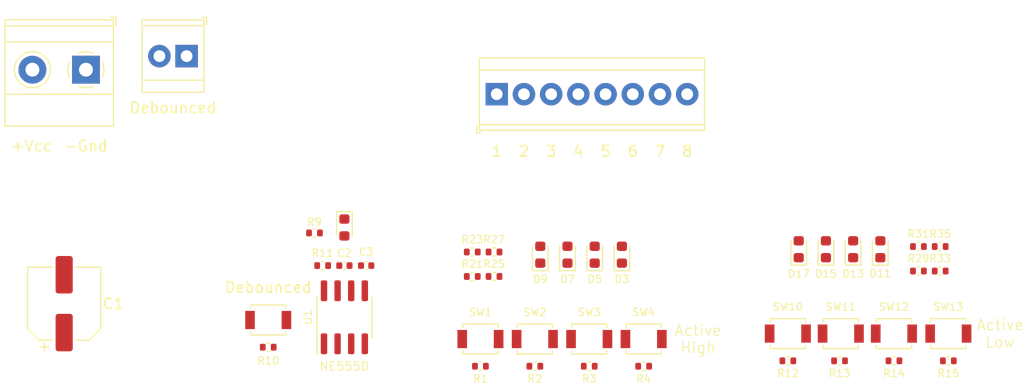
<source format=kicad_pcb>
(kicad_pcb (version 20171130) (host pcbnew "(5.1.9-0-10_14)")

  (general
    (thickness 1.6)
    (drawings 14)
    (tracks 0)
    (zones 0)
    (modules 44)
    (nets 25)
  )

  (page A4)
  (layers
    (0 F.Cu signal)
    (31 B.Cu signal)
    (32 B.Adhes user)
    (33 F.Adhes user)
    (34 B.Paste user)
    (35 F.Paste user)
    (36 B.SilkS user)
    (37 F.SilkS user)
    (38 B.Mask user)
    (39 F.Mask user)
    (40 Dwgs.User user)
    (41 Cmts.User user)
    (42 Eco1.User user)
    (43 Eco2.User user)
    (44 Edge.Cuts user)
    (45 Margin user)
    (46 B.CrtYd user)
    (47 F.CrtYd user)
    (48 B.Fab user)
    (49 F.Fab user)
  )

  (setup
    (last_trace_width 0.25)
    (trace_clearance 0.2)
    (zone_clearance 0.508)
    (zone_45_only no)
    (trace_min 0.2)
    (via_size 0.8)
    (via_drill 0.4)
    (via_min_size 0.4)
    (via_min_drill 0.3)
    (uvia_size 0.3)
    (uvia_drill 0.1)
    (uvias_allowed no)
    (uvia_min_size 0.2)
    (uvia_min_drill 0.1)
    (edge_width 0.05)
    (segment_width 0.2)
    (pcb_text_width 0.3)
    (pcb_text_size 1.5 1.5)
    (mod_edge_width 0.12)
    (mod_text_size 1 1)
    (mod_text_width 0.15)
    (pad_size 1.524 1.524)
    (pad_drill 0.762)
    (pad_to_mask_clearance 0)
    (aux_axis_origin 0 0)
    (visible_elements FFFFFF7F)
    (pcbplotparams
      (layerselection 0x010fc_ffffffff)
      (usegerberextensions false)
      (usegerberattributes true)
      (usegerberadvancedattributes true)
      (creategerberjobfile true)
      (excludeedgelayer true)
      (linewidth 0.100000)
      (plotframeref false)
      (viasonmask false)
      (mode 1)
      (useauxorigin false)
      (hpglpennumber 1)
      (hpglpenspeed 20)
      (hpglpendiameter 15.000000)
      (psnegative false)
      (psa4output false)
      (plotreference true)
      (plotvalue true)
      (plotinvisibletext false)
      (padsonsilk false)
      (subtractmaskfromsilk false)
      (outputformat 1)
      (mirror false)
      (drillshape 1)
      (scaleselection 1)
      (outputdirectory ""))
  )

  (net 0 "")
  (net 1 GND)
  (net 2 VCC)
  (net 3 "Net-(D1-Pad2)")
  (net 4 "Net-(D1-Pad1)")
  (net 5 "Net-(R10-Pad1)")
  (net 6 "Net-(R1-Pad1)")
  (net 7 "Net-(C2-Pad2)")
  (net 8 "Net-(C3-Pad1)")
  (net 9 ACTIVE_HIGH_BTN_04)
  (net 10 "Net-(D3-Pad1)")
  (net 11 ACTIVE_HIGH_BTN_03)
  (net 12 "Net-(D5-Pad1)")
  (net 13 ACTIVE_HIGH_BTN_02)
  (net 14 "Net-(D7-Pad1)")
  (net 15 ACTIVE_HIGH_BTN_01)
  (net 16 "Net-(D9-Pad1)")
  (net 17 ACTIVE_LOW_BTN_04)
  (net 18 "Net-(D11-Pad1)")
  (net 19 ACTIVE_LOW_BTN_03)
  (net 20 "Net-(D13-Pad1)")
  (net 21 ACTIVE_LOW_BTN_02)
  (net 22 "Net-(D15-Pad1)")
  (net 23 ACTIVE_LOW_BTN_01)
  (net 24 "Net-(D17-Pad1)")

  (net_class Default "This is the default net class."
    (clearance 0.2)
    (trace_width 0.25)
    (via_dia 0.8)
    (via_drill 0.4)
    (uvia_dia 0.3)
    (uvia_drill 0.1)
    (add_net ACTIVE_HIGH_BTN_01)
    (add_net ACTIVE_HIGH_BTN_02)
    (add_net ACTIVE_HIGH_BTN_03)
    (add_net ACTIVE_HIGH_BTN_04)
    (add_net ACTIVE_LOW_BTN_01)
    (add_net ACTIVE_LOW_BTN_02)
    (add_net ACTIVE_LOW_BTN_03)
    (add_net ACTIVE_LOW_BTN_04)
    (add_net GND)
    (add_net "Net-(C2-Pad2)")
    (add_net "Net-(C3-Pad1)")
    (add_net "Net-(D1-Pad1)")
    (add_net "Net-(D1-Pad2)")
    (add_net "Net-(D11-Pad1)")
    (add_net "Net-(D13-Pad1)")
    (add_net "Net-(D15-Pad1)")
    (add_net "Net-(D17-Pad1)")
    (add_net "Net-(D3-Pad1)")
    (add_net "Net-(D5-Pad1)")
    (add_net "Net-(D7-Pad1)")
    (add_net "Net-(D9-Pad1)")
    (add_net "Net-(R1-Pad1)")
    (add_net "Net-(R10-Pad1)")
    (add_net VCC)
  )

  (module Resistor_SMD:R_0402_1005Metric (layer F.Cu) (tedit 5F68FEEE) (tstamp 60DF4B35)
    (at 252.222 103.378)
    (descr "Resistor SMD 0402 (1005 Metric), square (rectangular) end terminal, IPC_7351 nominal, (Body size source: IPC-SM-782 page 72, https://www.pcb-3d.com/wordpress/wp-content/uploads/ipc-sm-782a_amendment_1_and_2.pdf), generated with kicad-footprint-generator")
    (tags resistor)
    (path /6116E017)
    (attr smd)
    (fp_text reference R35 (at 0 -1.17) (layer F.SilkS)
      (effects (font (size 0.7 0.7) (thickness 0.1)))
    )
    (fp_text value 2KΩ (at 0 1.17) (layer F.Fab) hide
      (effects (font (size 1 1) (thickness 0.15)))
    )
    (fp_text user %R (at 0 0) (layer F.Fab) hide
      (effects (font (size 0.26 0.26) (thickness 0.04)))
    )
    (fp_line (start -0.525 0.27) (end -0.525 -0.27) (layer F.Fab) (width 0.1))
    (fp_line (start -0.525 -0.27) (end 0.525 -0.27) (layer F.Fab) (width 0.1))
    (fp_line (start 0.525 -0.27) (end 0.525 0.27) (layer F.Fab) (width 0.1))
    (fp_line (start 0.525 0.27) (end -0.525 0.27) (layer F.Fab) (width 0.1))
    (fp_line (start -0.153641 -0.38) (end 0.153641 -0.38) (layer F.SilkS) (width 0.12))
    (fp_line (start -0.153641 0.38) (end 0.153641 0.38) (layer F.SilkS) (width 0.12))
    (fp_line (start -0.93 0.47) (end -0.93 -0.47) (layer F.CrtYd) (width 0.05))
    (fp_line (start -0.93 -0.47) (end 0.93 -0.47) (layer F.CrtYd) (width 0.05))
    (fp_line (start 0.93 -0.47) (end 0.93 0.47) (layer F.CrtYd) (width 0.05))
    (fp_line (start 0.93 0.47) (end -0.93 0.47) (layer F.CrtYd) (width 0.05))
    (pad 2 smd roundrect (at 0.51 0) (size 0.54 0.64) (layers F.Cu F.Paste F.Mask) (roundrect_rratio 0.25)
      (net 24 "Net-(D17-Pad1)"))
    (pad 1 smd roundrect (at -0.51 0) (size 0.54 0.64) (layers F.Cu F.Paste F.Mask) (roundrect_rratio 0.25)
      (net 1 GND))
    (model ${KISYS3DMOD}/Resistor_SMD.3dshapes/R_0402_1005Metric.wrl
      (at (xyz 0 0 0))
      (scale (xyz 1 1 1))
      (rotate (xyz 0 0 0))
    )
  )

  (module Resistor_SMD:R_0402_1005Metric (layer F.Cu) (tedit 5F68FEEE) (tstamp 60DF4B24)
    (at 252.222 105.664)
    (descr "Resistor SMD 0402 (1005 Metric), square (rectangular) end terminal, IPC_7351 nominal, (Body size source: IPC-SM-782 page 72, https://www.pcb-3d.com/wordpress/wp-content/uploads/ipc-sm-782a_amendment_1_and_2.pdf), generated with kicad-footprint-generator")
    (tags resistor)
    (path /6116DFF5)
    (attr smd)
    (fp_text reference R33 (at 0 -1.17) (layer F.SilkS)
      (effects (font (size 0.7 0.7) (thickness 0.1)))
    )
    (fp_text value 2KΩ (at 0 1.17) (layer F.Fab) hide
      (effects (font (size 1 1) (thickness 0.15)))
    )
    (fp_text user %R (at 0 0) (layer F.Fab) hide
      (effects (font (size 0.26 0.26) (thickness 0.04)))
    )
    (fp_line (start -0.525 0.27) (end -0.525 -0.27) (layer F.Fab) (width 0.1))
    (fp_line (start -0.525 -0.27) (end 0.525 -0.27) (layer F.Fab) (width 0.1))
    (fp_line (start 0.525 -0.27) (end 0.525 0.27) (layer F.Fab) (width 0.1))
    (fp_line (start 0.525 0.27) (end -0.525 0.27) (layer F.Fab) (width 0.1))
    (fp_line (start -0.153641 -0.38) (end 0.153641 -0.38) (layer F.SilkS) (width 0.12))
    (fp_line (start -0.153641 0.38) (end 0.153641 0.38) (layer F.SilkS) (width 0.12))
    (fp_line (start -0.93 0.47) (end -0.93 -0.47) (layer F.CrtYd) (width 0.05))
    (fp_line (start -0.93 -0.47) (end 0.93 -0.47) (layer F.CrtYd) (width 0.05))
    (fp_line (start 0.93 -0.47) (end 0.93 0.47) (layer F.CrtYd) (width 0.05))
    (fp_line (start 0.93 0.47) (end -0.93 0.47) (layer F.CrtYd) (width 0.05))
    (pad 2 smd roundrect (at 0.51 0) (size 0.54 0.64) (layers F.Cu F.Paste F.Mask) (roundrect_rratio 0.25)
      (net 22 "Net-(D15-Pad1)"))
    (pad 1 smd roundrect (at -0.51 0) (size 0.54 0.64) (layers F.Cu F.Paste F.Mask) (roundrect_rratio 0.25)
      (net 1 GND))
    (model ${KISYS3DMOD}/Resistor_SMD.3dshapes/R_0402_1005Metric.wrl
      (at (xyz 0 0 0))
      (scale (xyz 1 1 1))
      (rotate (xyz 0 0 0))
    )
  )

  (module Resistor_SMD:R_0402_1005Metric (layer F.Cu) (tedit 5F68FEEE) (tstamp 60DF4B13)
    (at 250.19 103.378)
    (descr "Resistor SMD 0402 (1005 Metric), square (rectangular) end terminal, IPC_7351 nominal, (Body size source: IPC-SM-782 page 72, https://www.pcb-3d.com/wordpress/wp-content/uploads/ipc-sm-782a_amendment_1_and_2.pdf), generated with kicad-footprint-generator")
    (tags resistor)
    (path /6116DFD3)
    (attr smd)
    (fp_text reference R31 (at 0 -1.17) (layer F.SilkS)
      (effects (font (size 0.7 0.7) (thickness 0.1)))
    )
    (fp_text value 2KΩ (at 0 1.17) (layer F.Fab) hide
      (effects (font (size 1 1) (thickness 0.15)))
    )
    (fp_text user %R (at 0 0) (layer F.Fab) hide
      (effects (font (size 0.26 0.26) (thickness 0.04)))
    )
    (fp_line (start -0.525 0.27) (end -0.525 -0.27) (layer F.Fab) (width 0.1))
    (fp_line (start -0.525 -0.27) (end 0.525 -0.27) (layer F.Fab) (width 0.1))
    (fp_line (start 0.525 -0.27) (end 0.525 0.27) (layer F.Fab) (width 0.1))
    (fp_line (start 0.525 0.27) (end -0.525 0.27) (layer F.Fab) (width 0.1))
    (fp_line (start -0.153641 -0.38) (end 0.153641 -0.38) (layer F.SilkS) (width 0.12))
    (fp_line (start -0.153641 0.38) (end 0.153641 0.38) (layer F.SilkS) (width 0.12))
    (fp_line (start -0.93 0.47) (end -0.93 -0.47) (layer F.CrtYd) (width 0.05))
    (fp_line (start -0.93 -0.47) (end 0.93 -0.47) (layer F.CrtYd) (width 0.05))
    (fp_line (start 0.93 -0.47) (end 0.93 0.47) (layer F.CrtYd) (width 0.05))
    (fp_line (start 0.93 0.47) (end -0.93 0.47) (layer F.CrtYd) (width 0.05))
    (pad 2 smd roundrect (at 0.51 0) (size 0.54 0.64) (layers F.Cu F.Paste F.Mask) (roundrect_rratio 0.25)
      (net 20 "Net-(D13-Pad1)"))
    (pad 1 smd roundrect (at -0.51 0) (size 0.54 0.64) (layers F.Cu F.Paste F.Mask) (roundrect_rratio 0.25)
      (net 1 GND))
    (model ${KISYS3DMOD}/Resistor_SMD.3dshapes/R_0402_1005Metric.wrl
      (at (xyz 0 0 0))
      (scale (xyz 1 1 1))
      (rotate (xyz 0 0 0))
    )
  )

  (module Resistor_SMD:R_0402_1005Metric (layer F.Cu) (tedit 5F68FEEE) (tstamp 60DF4B02)
    (at 250.19 105.664)
    (descr "Resistor SMD 0402 (1005 Metric), square (rectangular) end terminal, IPC_7351 nominal, (Body size source: IPC-SM-782 page 72, https://www.pcb-3d.com/wordpress/wp-content/uploads/ipc-sm-782a_amendment_1_and_2.pdf), generated with kicad-footprint-generator")
    (tags resistor)
    (path /6116DFB1)
    (attr smd)
    (fp_text reference R29 (at 0 -1.17) (layer F.SilkS)
      (effects (font (size 0.7 0.7) (thickness 0.1)))
    )
    (fp_text value 2KΩ (at 0 1.17) (layer F.Fab) hide
      (effects (font (size 1 1) (thickness 0.15)))
    )
    (fp_text user %R (at 0 0) (layer F.Fab) hide
      (effects (font (size 0.26 0.26) (thickness 0.04)))
    )
    (fp_line (start -0.525 0.27) (end -0.525 -0.27) (layer F.Fab) (width 0.1))
    (fp_line (start -0.525 -0.27) (end 0.525 -0.27) (layer F.Fab) (width 0.1))
    (fp_line (start 0.525 -0.27) (end 0.525 0.27) (layer F.Fab) (width 0.1))
    (fp_line (start 0.525 0.27) (end -0.525 0.27) (layer F.Fab) (width 0.1))
    (fp_line (start -0.153641 -0.38) (end 0.153641 -0.38) (layer F.SilkS) (width 0.12))
    (fp_line (start -0.153641 0.38) (end 0.153641 0.38) (layer F.SilkS) (width 0.12))
    (fp_line (start -0.93 0.47) (end -0.93 -0.47) (layer F.CrtYd) (width 0.05))
    (fp_line (start -0.93 -0.47) (end 0.93 -0.47) (layer F.CrtYd) (width 0.05))
    (fp_line (start 0.93 -0.47) (end 0.93 0.47) (layer F.CrtYd) (width 0.05))
    (fp_line (start 0.93 0.47) (end -0.93 0.47) (layer F.CrtYd) (width 0.05))
    (pad 2 smd roundrect (at 0.51 0) (size 0.54 0.64) (layers F.Cu F.Paste F.Mask) (roundrect_rratio 0.25)
      (net 18 "Net-(D11-Pad1)"))
    (pad 1 smd roundrect (at -0.51 0) (size 0.54 0.64) (layers F.Cu F.Paste F.Mask) (roundrect_rratio 0.25)
      (net 1 GND))
    (model ${KISYS3DMOD}/Resistor_SMD.3dshapes/R_0402_1005Metric.wrl
      (at (xyz 0 0 0))
      (scale (xyz 1 1 1))
      (rotate (xyz 0 0 0))
    )
  )

  (module Resistor_SMD:R_0402_1005Metric (layer F.Cu) (tedit 5F68FEEE) (tstamp 60DF4AF1)
    (at 210.566 103.886)
    (descr "Resistor SMD 0402 (1005 Metric), square (rectangular) end terminal, IPC_7351 nominal, (Body size source: IPC-SM-782 page 72, https://www.pcb-3d.com/wordpress/wp-content/uploads/ipc-sm-782a_amendment_1_and_2.pdf), generated with kicad-footprint-generator")
    (tags resistor)
    (path /610D7BD7)
    (attr smd)
    (fp_text reference R27 (at 0 -1.17) (layer F.SilkS)
      (effects (font (size 0.7 0.7) (thickness 0.1)))
    )
    (fp_text value 2KΩ (at 0 1.17) (layer F.Fab) hide
      (effects (font (size 1 1) (thickness 0.15)))
    )
    (fp_text user %R (at 0 0) (layer F.Fab) hide
      (effects (font (size 0.26 0.26) (thickness 0.04)))
    )
    (fp_line (start -0.525 0.27) (end -0.525 -0.27) (layer F.Fab) (width 0.1))
    (fp_line (start -0.525 -0.27) (end 0.525 -0.27) (layer F.Fab) (width 0.1))
    (fp_line (start 0.525 -0.27) (end 0.525 0.27) (layer F.Fab) (width 0.1))
    (fp_line (start 0.525 0.27) (end -0.525 0.27) (layer F.Fab) (width 0.1))
    (fp_line (start -0.153641 -0.38) (end 0.153641 -0.38) (layer F.SilkS) (width 0.12))
    (fp_line (start -0.153641 0.38) (end 0.153641 0.38) (layer F.SilkS) (width 0.12))
    (fp_line (start -0.93 0.47) (end -0.93 -0.47) (layer F.CrtYd) (width 0.05))
    (fp_line (start -0.93 -0.47) (end 0.93 -0.47) (layer F.CrtYd) (width 0.05))
    (fp_line (start 0.93 -0.47) (end 0.93 0.47) (layer F.CrtYd) (width 0.05))
    (fp_line (start 0.93 0.47) (end -0.93 0.47) (layer F.CrtYd) (width 0.05))
    (pad 2 smd roundrect (at 0.51 0) (size 0.54 0.64) (layers F.Cu F.Paste F.Mask) (roundrect_rratio 0.25)
      (net 16 "Net-(D9-Pad1)"))
    (pad 1 smd roundrect (at -0.51 0) (size 0.54 0.64) (layers F.Cu F.Paste F.Mask) (roundrect_rratio 0.25)
      (net 1 GND))
    (model ${KISYS3DMOD}/Resistor_SMD.3dshapes/R_0402_1005Metric.wrl
      (at (xyz 0 0 0))
      (scale (xyz 1 1 1))
      (rotate (xyz 0 0 0))
    )
  )

  (module Resistor_SMD:R_0402_1005Metric (layer F.Cu) (tedit 5F68FEEE) (tstamp 60DF4AE0)
    (at 210.564 106.172)
    (descr "Resistor SMD 0402 (1005 Metric), square (rectangular) end terminal, IPC_7351 nominal, (Body size source: IPC-SM-782 page 72, https://www.pcb-3d.com/wordpress/wp-content/uploads/ipc-sm-782a_amendment_1_and_2.pdf), generated with kicad-footprint-generator")
    (tags resistor)
    (path /610D7BB5)
    (attr smd)
    (fp_text reference R25 (at 0 -1.17) (layer F.SilkS)
      (effects (font (size 0.7 0.7) (thickness 0.1)))
    )
    (fp_text value 2KΩ (at 0 1.17) (layer F.Fab) hide
      (effects (font (size 1 1) (thickness 0.15)))
    )
    (fp_text user %R (at 0 0) (layer F.Fab) hide
      (effects (font (size 0.26 0.26) (thickness 0.04)))
    )
    (fp_line (start -0.525 0.27) (end -0.525 -0.27) (layer F.Fab) (width 0.1))
    (fp_line (start -0.525 -0.27) (end 0.525 -0.27) (layer F.Fab) (width 0.1))
    (fp_line (start 0.525 -0.27) (end 0.525 0.27) (layer F.Fab) (width 0.1))
    (fp_line (start 0.525 0.27) (end -0.525 0.27) (layer F.Fab) (width 0.1))
    (fp_line (start -0.153641 -0.38) (end 0.153641 -0.38) (layer F.SilkS) (width 0.12))
    (fp_line (start -0.153641 0.38) (end 0.153641 0.38) (layer F.SilkS) (width 0.12))
    (fp_line (start -0.93 0.47) (end -0.93 -0.47) (layer F.CrtYd) (width 0.05))
    (fp_line (start -0.93 -0.47) (end 0.93 -0.47) (layer F.CrtYd) (width 0.05))
    (fp_line (start 0.93 -0.47) (end 0.93 0.47) (layer F.CrtYd) (width 0.05))
    (fp_line (start 0.93 0.47) (end -0.93 0.47) (layer F.CrtYd) (width 0.05))
    (pad 2 smd roundrect (at 0.51 0) (size 0.54 0.64) (layers F.Cu F.Paste F.Mask) (roundrect_rratio 0.25)
      (net 14 "Net-(D7-Pad1)"))
    (pad 1 smd roundrect (at -0.51 0) (size 0.54 0.64) (layers F.Cu F.Paste F.Mask) (roundrect_rratio 0.25)
      (net 1 GND))
    (model ${KISYS3DMOD}/Resistor_SMD.3dshapes/R_0402_1005Metric.wrl
      (at (xyz 0 0 0))
      (scale (xyz 1 1 1))
      (rotate (xyz 0 0 0))
    )
  )

  (module Resistor_SMD:R_0402_1005Metric (layer F.Cu) (tedit 5F68FEEE) (tstamp 60DF4ACF)
    (at 208.534 103.886)
    (descr "Resistor SMD 0402 (1005 Metric), square (rectangular) end terminal, IPC_7351 nominal, (Body size source: IPC-SM-782 page 72, https://www.pcb-3d.com/wordpress/wp-content/uploads/ipc-sm-782a_amendment_1_and_2.pdf), generated with kicad-footprint-generator")
    (tags resistor)
    (path /610D7B93)
    (attr smd)
    (fp_text reference R23 (at 0 -1.17) (layer F.SilkS)
      (effects (font (size 0.7 0.7) (thickness 0.1)))
    )
    (fp_text value 2KΩ (at -0.254 2.074) (layer F.Fab) hide
      (effects (font (size 1 1) (thickness 0.15)))
    )
    (fp_text user %R (at 0 0) (layer F.Fab) hide
      (effects (font (size 0.26 0.26) (thickness 0.04)))
    )
    (fp_line (start -0.525 0.27) (end -0.525 -0.27) (layer F.Fab) (width 0.1))
    (fp_line (start -0.525 -0.27) (end 0.525 -0.27) (layer F.Fab) (width 0.1))
    (fp_line (start 0.525 -0.27) (end 0.525 0.27) (layer F.Fab) (width 0.1))
    (fp_line (start 0.525 0.27) (end -0.525 0.27) (layer F.Fab) (width 0.1))
    (fp_line (start -0.153641 -0.38) (end 0.153641 -0.38) (layer F.SilkS) (width 0.12))
    (fp_line (start -0.153641 0.38) (end 0.153641 0.38) (layer F.SilkS) (width 0.12))
    (fp_line (start -0.93 0.47) (end -0.93 -0.47) (layer F.CrtYd) (width 0.05))
    (fp_line (start -0.93 -0.47) (end 0.93 -0.47) (layer F.CrtYd) (width 0.05))
    (fp_line (start 0.93 -0.47) (end 0.93 0.47) (layer F.CrtYd) (width 0.05))
    (fp_line (start 0.93 0.47) (end -0.93 0.47) (layer F.CrtYd) (width 0.05))
    (pad 2 smd roundrect (at 0.51 0) (size 0.54 0.64) (layers F.Cu F.Paste F.Mask) (roundrect_rratio 0.25)
      (net 12 "Net-(D5-Pad1)"))
    (pad 1 smd roundrect (at -0.51 0) (size 0.54 0.64) (layers F.Cu F.Paste F.Mask) (roundrect_rratio 0.25)
      (net 1 GND))
    (model ${KISYS3DMOD}/Resistor_SMD.3dshapes/R_0402_1005Metric.wrl
      (at (xyz 0 0 0))
      (scale (xyz 1 1 1))
      (rotate (xyz 0 0 0))
    )
  )

  (module Resistor_SMD:R_0402_1005Metric (layer F.Cu) (tedit 5F68FEEE) (tstamp 60DF4ABE)
    (at 208.534 106.172)
    (descr "Resistor SMD 0402 (1005 Metric), square (rectangular) end terminal, IPC_7351 nominal, (Body size source: IPC-SM-782 page 72, https://www.pcb-3d.com/wordpress/wp-content/uploads/ipc-sm-782a_amendment_1_and_2.pdf), generated with kicad-footprint-generator")
    (tags resistor)
    (path /610D7B71)
    (attr smd)
    (fp_text reference R21 (at 0 -1.17) (layer F.SilkS)
      (effects (font (size 0.7 0.7) (thickness 0.1)))
    )
    (fp_text value 2KΩ (at 0 1.17) (layer F.Fab) hide
      (effects (font (size 1 1) (thickness 0.15)))
    )
    (fp_text user %R (at 0 0) (layer F.Fab) hide
      (effects (font (size 0.26 0.26) (thickness 0.04)))
    )
    (fp_line (start -0.525 0.27) (end -0.525 -0.27) (layer F.Fab) (width 0.1))
    (fp_line (start -0.525 -0.27) (end 0.525 -0.27) (layer F.Fab) (width 0.1))
    (fp_line (start 0.525 -0.27) (end 0.525 0.27) (layer F.Fab) (width 0.1))
    (fp_line (start 0.525 0.27) (end -0.525 0.27) (layer F.Fab) (width 0.1))
    (fp_line (start -0.153641 -0.38) (end 0.153641 -0.38) (layer F.SilkS) (width 0.12))
    (fp_line (start -0.153641 0.38) (end 0.153641 0.38) (layer F.SilkS) (width 0.12))
    (fp_line (start -0.93 0.47) (end -0.93 -0.47) (layer F.CrtYd) (width 0.05))
    (fp_line (start -0.93 -0.47) (end 0.93 -0.47) (layer F.CrtYd) (width 0.05))
    (fp_line (start 0.93 -0.47) (end 0.93 0.47) (layer F.CrtYd) (width 0.05))
    (fp_line (start 0.93 0.47) (end -0.93 0.47) (layer F.CrtYd) (width 0.05))
    (pad 2 smd roundrect (at 0.51 0) (size 0.54 0.64) (layers F.Cu F.Paste F.Mask) (roundrect_rratio 0.25)
      (net 10 "Net-(D3-Pad1)"))
    (pad 1 smd roundrect (at -0.51 0) (size 0.54 0.64) (layers F.Cu F.Paste F.Mask) (roundrect_rratio 0.25)
      (net 1 GND))
    (model ${KISYS3DMOD}/Resistor_SMD.3dshapes/R_0402_1005Metric.wrl
      (at (xyz 0 0 0))
      (scale (xyz 1 1 1))
      (rotate (xyz 0 0 0))
    )
  )

  (module LED_SMD:LED_0603_1608Metric (layer F.Cu) (tedit 5F68FEF1) (tstamp 60DF2EAB)
    (at 239.014 103.632 90)
    (descr "LED SMD 0603 (1608 Metric), square (rectangular) end terminal, IPC_7351 nominal, (Body size source: http://www.tortai-tech.com/upload/download/2011102023233369053.pdf), generated with kicad-footprint-generator")
    (tags LED)
    (path /6116E023)
    (attr smd)
    (fp_text reference D17 (at -2.286 0 180) (layer F.SilkS)
      (effects (font (size 0.7 0.7) (thickness 0.1)))
    )
    (fp_text value RED_LED (at 0 1.43 90) (layer F.Fab) hide
      (effects (font (size 1 1) (thickness 0.15)))
    )
    (fp_text user %R (at 0 0 90) (layer F.Fab) hide
      (effects (font (size 0.4 0.4) (thickness 0.06)))
    )
    (fp_line (start 0.8 -0.4) (end -0.5 -0.4) (layer F.Fab) (width 0.1))
    (fp_line (start -0.5 -0.4) (end -0.8 -0.1) (layer F.Fab) (width 0.1))
    (fp_line (start -0.8 -0.1) (end -0.8 0.4) (layer F.Fab) (width 0.1))
    (fp_line (start -0.8 0.4) (end 0.8 0.4) (layer F.Fab) (width 0.1))
    (fp_line (start 0.8 0.4) (end 0.8 -0.4) (layer F.Fab) (width 0.1))
    (fp_line (start 0.8 -0.735) (end -1.485 -0.735) (layer F.SilkS) (width 0.12))
    (fp_line (start -1.485 -0.735) (end -1.485 0.735) (layer F.SilkS) (width 0.12))
    (fp_line (start -1.485 0.735) (end 0.8 0.735) (layer F.SilkS) (width 0.12))
    (fp_line (start -1.48 0.73) (end -1.48 -0.73) (layer F.CrtYd) (width 0.05))
    (fp_line (start -1.48 -0.73) (end 1.48 -0.73) (layer F.CrtYd) (width 0.05))
    (fp_line (start 1.48 -0.73) (end 1.48 0.73) (layer F.CrtYd) (width 0.05))
    (fp_line (start 1.48 0.73) (end -1.48 0.73) (layer F.CrtYd) (width 0.05))
    (pad 2 smd roundrect (at 0.7875 0 90) (size 0.875 0.95) (layers F.Cu F.Paste F.Mask) (roundrect_rratio 0.25)
      (net 23 ACTIVE_LOW_BTN_01))
    (pad 1 smd roundrect (at -0.7875 0 90) (size 0.875 0.95) (layers F.Cu F.Paste F.Mask) (roundrect_rratio 0.25)
      (net 24 "Net-(D17-Pad1)"))
    (model ${KISYS3DMOD}/LED_SMD.3dshapes/LED_0603_1608Metric.wrl
      (at (xyz 0 0 0))
      (scale (xyz 1 1 1))
      (rotate (xyz 0 0 0))
    )
  )

  (module LED_SMD:LED_0603_1608Metric (layer F.Cu) (tedit 5F68FEF1) (tstamp 60DF2E98)
    (at 241.554 103.632 90)
    (descr "LED SMD 0603 (1608 Metric), square (rectangular) end terminal, IPC_7351 nominal, (Body size source: http://www.tortai-tech.com/upload/download/2011102023233369053.pdf), generated with kicad-footprint-generator")
    (tags LED)
    (path /6116E001)
    (attr smd)
    (fp_text reference D15 (at -2.286 0 180) (layer F.SilkS)
      (effects (font (size 0.7 0.7) (thickness 0.1)))
    )
    (fp_text value RED_LED (at 0 1.43 90) (layer F.Fab) hide
      (effects (font (size 1 1) (thickness 0.15)))
    )
    (fp_text user %R (at 0 0 90) (layer F.Fab) hide
      (effects (font (size 0.4 0.4) (thickness 0.06)))
    )
    (fp_line (start 0.8 -0.4) (end -0.5 -0.4) (layer F.Fab) (width 0.1))
    (fp_line (start -0.5 -0.4) (end -0.8 -0.1) (layer F.Fab) (width 0.1))
    (fp_line (start -0.8 -0.1) (end -0.8 0.4) (layer F.Fab) (width 0.1))
    (fp_line (start -0.8 0.4) (end 0.8 0.4) (layer F.Fab) (width 0.1))
    (fp_line (start 0.8 0.4) (end 0.8 -0.4) (layer F.Fab) (width 0.1))
    (fp_line (start 0.8 -0.735) (end -1.485 -0.735) (layer F.SilkS) (width 0.12))
    (fp_line (start -1.485 -0.735) (end -1.485 0.735) (layer F.SilkS) (width 0.12))
    (fp_line (start -1.485 0.735) (end 0.8 0.735) (layer F.SilkS) (width 0.12))
    (fp_line (start -1.48 0.73) (end -1.48 -0.73) (layer F.CrtYd) (width 0.05))
    (fp_line (start -1.48 -0.73) (end 1.48 -0.73) (layer F.CrtYd) (width 0.05))
    (fp_line (start 1.48 -0.73) (end 1.48 0.73) (layer F.CrtYd) (width 0.05))
    (fp_line (start 1.48 0.73) (end -1.48 0.73) (layer F.CrtYd) (width 0.05))
    (pad 2 smd roundrect (at 0.7875 0 90) (size 0.875 0.95) (layers F.Cu F.Paste F.Mask) (roundrect_rratio 0.25)
      (net 21 ACTIVE_LOW_BTN_02))
    (pad 1 smd roundrect (at -0.7875 0 90) (size 0.875 0.95) (layers F.Cu F.Paste F.Mask) (roundrect_rratio 0.25)
      (net 22 "Net-(D15-Pad1)"))
    (model ${KISYS3DMOD}/LED_SMD.3dshapes/LED_0603_1608Metric.wrl
      (at (xyz 0 0 0))
      (scale (xyz 1 1 1))
      (rotate (xyz 0 0 0))
    )
  )

  (module LED_SMD:LED_0603_1608Metric (layer F.Cu) (tedit 5F68FEF1) (tstamp 60DF2E85)
    (at 244.094 103.632 90)
    (descr "LED SMD 0603 (1608 Metric), square (rectangular) end terminal, IPC_7351 nominal, (Body size source: http://www.tortai-tech.com/upload/download/2011102023233369053.pdf), generated with kicad-footprint-generator")
    (tags LED)
    (path /6116DFDF)
    (attr smd)
    (fp_text reference D13 (at -2.286 0 180) (layer F.SilkS)
      (effects (font (size 0.7 0.7) (thickness 0.1)))
    )
    (fp_text value RED_LED (at 0 1.43 90) (layer F.Fab) hide
      (effects (font (size 1 1) (thickness 0.15)))
    )
    (fp_text user %R (at 0 0 90) (layer F.Fab) hide
      (effects (font (size 0.4 0.4) (thickness 0.06)))
    )
    (fp_line (start 0.8 -0.4) (end -0.5 -0.4) (layer F.Fab) (width 0.1))
    (fp_line (start -0.5 -0.4) (end -0.8 -0.1) (layer F.Fab) (width 0.1))
    (fp_line (start -0.8 -0.1) (end -0.8 0.4) (layer F.Fab) (width 0.1))
    (fp_line (start -0.8 0.4) (end 0.8 0.4) (layer F.Fab) (width 0.1))
    (fp_line (start 0.8 0.4) (end 0.8 -0.4) (layer F.Fab) (width 0.1))
    (fp_line (start 0.8 -0.735) (end -1.485 -0.735) (layer F.SilkS) (width 0.12))
    (fp_line (start -1.485 -0.735) (end -1.485 0.735) (layer F.SilkS) (width 0.12))
    (fp_line (start -1.485 0.735) (end 0.8 0.735) (layer F.SilkS) (width 0.12))
    (fp_line (start -1.48 0.73) (end -1.48 -0.73) (layer F.CrtYd) (width 0.05))
    (fp_line (start -1.48 -0.73) (end 1.48 -0.73) (layer F.CrtYd) (width 0.05))
    (fp_line (start 1.48 -0.73) (end 1.48 0.73) (layer F.CrtYd) (width 0.05))
    (fp_line (start 1.48 0.73) (end -1.48 0.73) (layer F.CrtYd) (width 0.05))
    (pad 2 smd roundrect (at 0.7875 0 90) (size 0.875 0.95) (layers F.Cu F.Paste F.Mask) (roundrect_rratio 0.25)
      (net 19 ACTIVE_LOW_BTN_03))
    (pad 1 smd roundrect (at -0.7875 0 90) (size 0.875 0.95) (layers F.Cu F.Paste F.Mask) (roundrect_rratio 0.25)
      (net 20 "Net-(D13-Pad1)"))
    (model ${KISYS3DMOD}/LED_SMD.3dshapes/LED_0603_1608Metric.wrl
      (at (xyz 0 0 0))
      (scale (xyz 1 1 1))
      (rotate (xyz 0 0 0))
    )
  )

  (module LED_SMD:LED_0603_1608Metric (layer F.Cu) (tedit 5F68FEF1) (tstamp 60DF2E72)
    (at 246.634 103.632 90)
    (descr "LED SMD 0603 (1608 Metric), square (rectangular) end terminal, IPC_7351 nominal, (Body size source: http://www.tortai-tech.com/upload/download/2011102023233369053.pdf), generated with kicad-footprint-generator")
    (tags LED)
    (path /6116DFBD)
    (attr smd)
    (fp_text reference D11 (at -2.2605 0 180) (layer F.SilkS)
      (effects (font (size 0.7 0.7) (thickness 0.1)))
    )
    (fp_text value RED_LED (at 0 1.43 90) (layer F.Fab) hide
      (effects (font (size 1 1) (thickness 0.15)))
    )
    (fp_text user %R (at 0 0 90) (layer F.Fab) hide
      (effects (font (size 0.4 0.4) (thickness 0.06)))
    )
    (fp_line (start 0.8 -0.4) (end -0.5 -0.4) (layer F.Fab) (width 0.1))
    (fp_line (start -0.5 -0.4) (end -0.8 -0.1) (layer F.Fab) (width 0.1))
    (fp_line (start -0.8 -0.1) (end -0.8 0.4) (layer F.Fab) (width 0.1))
    (fp_line (start -0.8 0.4) (end 0.8 0.4) (layer F.Fab) (width 0.1))
    (fp_line (start 0.8 0.4) (end 0.8 -0.4) (layer F.Fab) (width 0.1))
    (fp_line (start 0.8 -0.735) (end -1.485 -0.735) (layer F.SilkS) (width 0.12))
    (fp_line (start -1.485 -0.735) (end -1.485 0.735) (layer F.SilkS) (width 0.12))
    (fp_line (start -1.485 0.735) (end 0.8 0.735) (layer F.SilkS) (width 0.12))
    (fp_line (start -1.48 0.73) (end -1.48 -0.73) (layer F.CrtYd) (width 0.05))
    (fp_line (start -1.48 -0.73) (end 1.48 -0.73) (layer F.CrtYd) (width 0.05))
    (fp_line (start 1.48 -0.73) (end 1.48 0.73) (layer F.CrtYd) (width 0.05))
    (fp_line (start 1.48 0.73) (end -1.48 0.73) (layer F.CrtYd) (width 0.05))
    (pad 2 smd roundrect (at 0.7875 0 90) (size 0.875 0.95) (layers F.Cu F.Paste F.Mask) (roundrect_rratio 0.25)
      (net 17 ACTIVE_LOW_BTN_04))
    (pad 1 smd roundrect (at -0.7875 0 90) (size 0.875 0.95) (layers F.Cu F.Paste F.Mask) (roundrect_rratio 0.25)
      (net 18 "Net-(D11-Pad1)"))
    (model ${KISYS3DMOD}/LED_SMD.3dshapes/LED_0603_1608Metric.wrl
      (at (xyz 0 0 0))
      (scale (xyz 1 1 1))
      (rotate (xyz 0 0 0))
    )
  )

  (module LED_SMD:LED_0603_1608Metric (layer F.Cu) (tedit 5F68FEF1) (tstamp 60DE9BC7)
    (at 214.884 104.14 90)
    (descr "LED SMD 0603 (1608 Metric), square (rectangular) end terminal, IPC_7351 nominal, (Body size source: http://www.tortai-tech.com/upload/download/2011102023233369053.pdf), generated with kicad-footprint-generator")
    (tags LED)
    (path /610D7BE3)
    (attr smd)
    (fp_text reference D9 (at -2.286 0 180) (layer F.SilkS)
      (effects (font (size 0.7 0.7) (thickness 0.1)))
    )
    (fp_text value RED_LED (at 0 1.43 90) (layer F.Fab) hide
      (effects (font (size 1 1) (thickness 0.15)))
    )
    (fp_text user %R (at 0 0 90) (layer F.Fab) hide
      (effects (font (size 0.4 0.4) (thickness 0.06)))
    )
    (fp_line (start 0.8 -0.4) (end -0.5 -0.4) (layer F.Fab) (width 0.1))
    (fp_line (start -0.5 -0.4) (end -0.8 -0.1) (layer F.Fab) (width 0.1))
    (fp_line (start -0.8 -0.1) (end -0.8 0.4) (layer F.Fab) (width 0.1))
    (fp_line (start -0.8 0.4) (end 0.8 0.4) (layer F.Fab) (width 0.1))
    (fp_line (start 0.8 0.4) (end 0.8 -0.4) (layer F.Fab) (width 0.1))
    (fp_line (start 0.8 -0.735) (end -1.485 -0.735) (layer F.SilkS) (width 0.12))
    (fp_line (start -1.485 -0.735) (end -1.485 0.735) (layer F.SilkS) (width 0.12))
    (fp_line (start -1.485 0.735) (end 0.8 0.735) (layer F.SilkS) (width 0.12))
    (fp_line (start -1.48 0.73) (end -1.48 -0.73) (layer F.CrtYd) (width 0.05))
    (fp_line (start -1.48 -0.73) (end 1.48 -0.73) (layer F.CrtYd) (width 0.05))
    (fp_line (start 1.48 -0.73) (end 1.48 0.73) (layer F.CrtYd) (width 0.05))
    (fp_line (start 1.48 0.73) (end -1.48 0.73) (layer F.CrtYd) (width 0.05))
    (pad 2 smd roundrect (at 0.7875 0 90) (size 0.875 0.95) (layers F.Cu F.Paste F.Mask) (roundrect_rratio 0.25)
      (net 15 ACTIVE_HIGH_BTN_01))
    (pad 1 smd roundrect (at -0.7875 0 90) (size 0.875 0.95) (layers F.Cu F.Paste F.Mask) (roundrect_rratio 0.25)
      (net 16 "Net-(D9-Pad1)"))
    (model ${KISYS3DMOD}/LED_SMD.3dshapes/LED_0603_1608Metric.wrl
      (at (xyz 0 0 0))
      (scale (xyz 1 1 1))
      (rotate (xyz 0 0 0))
    )
  )

  (module LED_SMD:LED_0603_1608Metric (layer F.Cu) (tedit 5F68FEF1) (tstamp 60DE9BA1)
    (at 217.424 104.14 90)
    (descr "LED SMD 0603 (1608 Metric), square (rectangular) end terminal, IPC_7351 nominal, (Body size source: http://www.tortai-tech.com/upload/download/2011102023233369053.pdf), generated with kicad-footprint-generator")
    (tags LED)
    (path /610D7BC1)
    (attr smd)
    (fp_text reference D7 (at -2.286 0 180) (layer F.SilkS)
      (effects (font (size 0.7 0.7) (thickness 0.1)))
    )
    (fp_text value RED_LED (at 0 1.43 90) (layer F.Fab) hide
      (effects (font (size 1 1) (thickness 0.15)))
    )
    (fp_text user %R (at 0 0 90) (layer F.Fab) hide
      (effects (font (size 0.4 0.4) (thickness 0.06)))
    )
    (fp_line (start 0.8 -0.4) (end -0.5 -0.4) (layer F.Fab) (width 0.1))
    (fp_line (start -0.5 -0.4) (end -0.8 -0.1) (layer F.Fab) (width 0.1))
    (fp_line (start -0.8 -0.1) (end -0.8 0.4) (layer F.Fab) (width 0.1))
    (fp_line (start -0.8 0.4) (end 0.8 0.4) (layer F.Fab) (width 0.1))
    (fp_line (start 0.8 0.4) (end 0.8 -0.4) (layer F.Fab) (width 0.1))
    (fp_line (start 0.8 -0.735) (end -1.485 -0.735) (layer F.SilkS) (width 0.12))
    (fp_line (start -1.485 -0.735) (end -1.485 0.735) (layer F.SilkS) (width 0.12))
    (fp_line (start -1.485 0.735) (end 0.8 0.735) (layer F.SilkS) (width 0.12))
    (fp_line (start -1.48 0.73) (end -1.48 -0.73) (layer F.CrtYd) (width 0.05))
    (fp_line (start -1.48 -0.73) (end 1.48 -0.73) (layer F.CrtYd) (width 0.05))
    (fp_line (start 1.48 -0.73) (end 1.48 0.73) (layer F.CrtYd) (width 0.05))
    (fp_line (start 1.48 0.73) (end -1.48 0.73) (layer F.CrtYd) (width 0.05))
    (pad 2 smd roundrect (at 0.7875 0 90) (size 0.875 0.95) (layers F.Cu F.Paste F.Mask) (roundrect_rratio 0.25)
      (net 13 ACTIVE_HIGH_BTN_02))
    (pad 1 smd roundrect (at -0.7875 0 90) (size 0.875 0.95) (layers F.Cu F.Paste F.Mask) (roundrect_rratio 0.25)
      (net 14 "Net-(D7-Pad1)"))
    (model ${KISYS3DMOD}/LED_SMD.3dshapes/LED_0603_1608Metric.wrl
      (at (xyz 0 0 0))
      (scale (xyz 1 1 1))
      (rotate (xyz 0 0 0))
    )
  )

  (module LED_SMD:LED_0603_1608Metric (layer F.Cu) (tedit 5F68FEF1) (tstamp 60DE9B7B)
    (at 219.964 104.14 90)
    (descr "LED SMD 0603 (1608 Metric), square (rectangular) end terminal, IPC_7351 nominal, (Body size source: http://www.tortai-tech.com/upload/download/2011102023233369053.pdf), generated with kicad-footprint-generator")
    (tags LED)
    (path /610D7B9F)
    (attr smd)
    (fp_text reference D5 (at -2.286 0 180) (layer F.SilkS)
      (effects (font (size 0.7 0.7) (thickness 0.1)))
    )
    (fp_text value RED_LED (at 0 1.43 90) (layer F.Fab) hide
      (effects (font (size 1 1) (thickness 0.15)))
    )
    (fp_text user %R (at 0 0 90) (layer F.Fab) hide
      (effects (font (size 0.4 0.4) (thickness 0.06)))
    )
    (fp_line (start 0.8 -0.4) (end -0.5 -0.4) (layer F.Fab) (width 0.1))
    (fp_line (start -0.5 -0.4) (end -0.8 -0.1) (layer F.Fab) (width 0.1))
    (fp_line (start -0.8 -0.1) (end -0.8 0.4) (layer F.Fab) (width 0.1))
    (fp_line (start -0.8 0.4) (end 0.8 0.4) (layer F.Fab) (width 0.1))
    (fp_line (start 0.8 0.4) (end 0.8 -0.4) (layer F.Fab) (width 0.1))
    (fp_line (start 0.8 -0.735) (end -1.485 -0.735) (layer F.SilkS) (width 0.12))
    (fp_line (start -1.485 -0.735) (end -1.485 0.735) (layer F.SilkS) (width 0.12))
    (fp_line (start -1.485 0.735) (end 0.8 0.735) (layer F.SilkS) (width 0.12))
    (fp_line (start -1.48 0.73) (end -1.48 -0.73) (layer F.CrtYd) (width 0.05))
    (fp_line (start -1.48 -0.73) (end 1.48 -0.73) (layer F.CrtYd) (width 0.05))
    (fp_line (start 1.48 -0.73) (end 1.48 0.73) (layer F.CrtYd) (width 0.05))
    (fp_line (start 1.48 0.73) (end -1.48 0.73) (layer F.CrtYd) (width 0.05))
    (pad 2 smd roundrect (at 0.7875 0 90) (size 0.875 0.95) (layers F.Cu F.Paste F.Mask) (roundrect_rratio 0.25)
      (net 11 ACTIVE_HIGH_BTN_03))
    (pad 1 smd roundrect (at -0.7875 0 90) (size 0.875 0.95) (layers F.Cu F.Paste F.Mask) (roundrect_rratio 0.25)
      (net 12 "Net-(D5-Pad1)"))
    (model ${KISYS3DMOD}/LED_SMD.3dshapes/LED_0603_1608Metric.wrl
      (at (xyz 0 0 0))
      (scale (xyz 1 1 1))
      (rotate (xyz 0 0 0))
    )
  )

  (module LED_SMD:LED_0603_1608Metric (layer F.Cu) (tedit 5F68FEF1) (tstamp 60DE9B55)
    (at 222.504 104.14 90)
    (descr "LED SMD 0603 (1608 Metric), square (rectangular) end terminal, IPC_7351 nominal, (Body size source: http://www.tortai-tech.com/upload/download/2011102023233369053.pdf), generated with kicad-footprint-generator")
    (tags LED)
    (path /610D7B7D)
    (attr smd)
    (fp_text reference D3 (at -2.286 0 180) (layer F.SilkS)
      (effects (font (size 0.7 0.7) (thickness 0.1)))
    )
    (fp_text value RED_LED (at 0 1.43 90) (layer F.Fab) hide
      (effects (font (size 1 1) (thickness 0.15)))
    )
    (fp_text user %R (at 0 0 90) (layer F.Fab) hide
      (effects (font (size 0.4 0.4) (thickness 0.06)))
    )
    (fp_line (start 0.8 -0.4) (end -0.5 -0.4) (layer F.Fab) (width 0.1))
    (fp_line (start -0.5 -0.4) (end -0.8 -0.1) (layer F.Fab) (width 0.1))
    (fp_line (start -0.8 -0.1) (end -0.8 0.4) (layer F.Fab) (width 0.1))
    (fp_line (start -0.8 0.4) (end 0.8 0.4) (layer F.Fab) (width 0.1))
    (fp_line (start 0.8 0.4) (end 0.8 -0.4) (layer F.Fab) (width 0.1))
    (fp_line (start 0.8 -0.735) (end -1.485 -0.735) (layer F.SilkS) (width 0.12))
    (fp_line (start -1.485 -0.735) (end -1.485 0.735) (layer F.SilkS) (width 0.12))
    (fp_line (start -1.485 0.735) (end 0.8 0.735) (layer F.SilkS) (width 0.12))
    (fp_line (start -1.48 0.73) (end -1.48 -0.73) (layer F.CrtYd) (width 0.05))
    (fp_line (start -1.48 -0.73) (end 1.48 -0.73) (layer F.CrtYd) (width 0.05))
    (fp_line (start 1.48 -0.73) (end 1.48 0.73) (layer F.CrtYd) (width 0.05))
    (fp_line (start 1.48 0.73) (end -1.48 0.73) (layer F.CrtYd) (width 0.05))
    (pad 2 smd roundrect (at 0.7875 0 90) (size 0.875 0.95) (layers F.Cu F.Paste F.Mask) (roundrect_rratio 0.25)
      (net 9 ACTIVE_HIGH_BTN_04))
    (pad 1 smd roundrect (at -0.7875 0 90) (size 0.875 0.95) (layers F.Cu F.Paste F.Mask) (roundrect_rratio 0.25)
      (net 10 "Net-(D3-Pad1)"))
    (model ${KISYS3DMOD}/LED_SMD.3dshapes/LED_0603_1608Metric.wrl
      (at (xyz 0 0 0))
      (scale (xyz 1 1 1))
      (rotate (xyz 0 0 0))
    )
  )

  (module TerminalBlock_TE-Connectivity:TerminalBlock_TE_282834-2_1x02_P2.54mm_Horizontal (layer F.Cu) (tedit 5B1EC513) (tstamp 60DF6216)
    (at 181.864 85.598 180)
    (descr "Terminal Block TE 282834-2, 2 pins, pitch 2.54mm, size 5.54x6.5mm^2, drill diamater 1.1mm, pad diameter 2.1mm, see http://www.te.com/commerce/DocumentDelivery/DDEController?Action=showdoc&DocId=Customer+Drawing%7F282834%7FC1%7Fpdf%7FEnglish%7FENG_CD_282834_C1.pdf, script-generated using https://github.com/pointhi/kicad-footprint-generator/scripts/TerminalBlock_TE-Connectivity")
    (tags "THT Terminal Block TE 282834-2 pitch 2.54mm size 5.54x6.5mm^2 drill 1.1mm pad 2.1mm")
    (path /6100992F)
    (fp_text reference J4 (at 1.27 -4.37) (layer F.SilkS) hide
      (effects (font (size 1 1) (thickness 0.15)))
    )
    (fp_text value Screw_Terminal_01x02 (at 1.27 5.08) (layer F.SilkS) hide
      (effects (font (size 1 1) (thickness 0.15)))
    )
    (fp_text user %R (at 1.27 2) (layer F.Fab)
      (effects (font (size 1 1) (thickness 0.15)))
    )
    (fp_circle (center 0 0) (end 1.1 0) (layer F.Fab) (width 0.1))
    (fp_circle (center 2.54 0) (end 3.64 0) (layer F.Fab) (width 0.1))
    (fp_line (start -1.5 -3.25) (end 4.04 -3.25) (layer F.Fab) (width 0.1))
    (fp_line (start 4.04 -3.25) (end 4.04 3.25) (layer F.Fab) (width 0.1))
    (fp_line (start 4.04 3.25) (end -1.1 3.25) (layer F.Fab) (width 0.1))
    (fp_line (start -1.1 3.25) (end -1.5 2.85) (layer F.Fab) (width 0.1))
    (fp_line (start -1.5 2.85) (end -1.5 -3.25) (layer F.Fab) (width 0.1))
    (fp_line (start -1.5 2.85) (end 4.04 2.85) (layer F.Fab) (width 0.1))
    (fp_line (start -1.62 2.85) (end 4.16 2.85) (layer F.SilkS) (width 0.12))
    (fp_line (start -1.5 -2.25) (end 4.04 -2.25) (layer F.Fab) (width 0.1))
    (fp_line (start -1.62 -2.25) (end 4.16 -2.25) (layer F.SilkS) (width 0.12))
    (fp_line (start -1.62 -3.37) (end 4.16 -3.37) (layer F.SilkS) (width 0.12))
    (fp_line (start -1.62 3.37) (end 4.16 3.37) (layer F.SilkS) (width 0.12))
    (fp_line (start -1.62 -3.37) (end -1.62 3.37) (layer F.SilkS) (width 0.12))
    (fp_line (start 4.16 -3.37) (end 4.16 3.37) (layer F.SilkS) (width 0.12))
    (fp_line (start 0.835 -0.7) (end -0.701 0.835) (layer F.Fab) (width 0.1))
    (fp_line (start 0.701 -0.835) (end -0.835 0.7) (layer F.Fab) (width 0.1))
    (fp_line (start 3.375 -0.7) (end 1.84 0.835) (layer F.Fab) (width 0.1))
    (fp_line (start 3.241 -0.835) (end 1.706 0.7) (layer F.Fab) (width 0.1))
    (fp_line (start -1.86 2.97) (end -1.86 3.61) (layer F.SilkS) (width 0.12))
    (fp_line (start -1.86 3.61) (end -1.46 3.61) (layer F.SilkS) (width 0.12))
    (fp_line (start -2 -3.75) (end -2 3.75) (layer F.CrtYd) (width 0.05))
    (fp_line (start -2 3.75) (end 4.54 3.75) (layer F.CrtYd) (width 0.05))
    (fp_line (start 4.54 3.75) (end 4.54 -3.75) (layer F.CrtYd) (width 0.05))
    (fp_line (start 4.54 -3.75) (end -2 -3.75) (layer F.CrtYd) (width 0.05))
    (pad 2 thru_hole circle (at 2.54 0 180) (size 2.1 2.1) (drill 1.1) (layers *.Cu *.Mask)
      (net 3 "Net-(D1-Pad2)"))
    (pad 1 thru_hole rect (at 0 0 180) (size 2.1 2.1) (drill 1.1) (layers *.Cu *.Mask)
      (net 3 "Net-(D1-Pad2)"))
    (model ${KISYS3DMOD}/TerminalBlock_TE-Connectivity.3dshapes/TerminalBlock_TE_282834-2_1x02_P2.54mm_Horizontal.wrl
      (at (xyz 0 0 0))
      (scale (xyz 1 1 1))
      (rotate (xyz 0 0 0))
    )
  )

  (module Button_Switch_SMD:SW_SPST_B3U-1000P (layer F.Cu) (tedit 5A02FC95) (tstamp 60DE5D97)
    (at 252.984 111.506)
    (descr "Ultra-small-sized Tactile Switch with High Contact Reliability, Top-actuated Model, without Ground Terminal, without Boss")
    (tags "Tactile Switch")
    (path /60EDF3E2)
    (attr smd)
    (fp_text reference SW13 (at 0 -2.5) (layer F.SilkS)
      (effects (font (size 0.7 0.7) (thickness 0.1)))
    )
    (fp_text value SW_Push (at 0 2.5) (layer F.Fab) hide
      (effects (font (size 1 1) (thickness 0.15)))
    )
    (fp_text user %R (at 0 -2.5) (layer F.Fab) hide
      (effects (font (size 1 1) (thickness 0.15)))
    )
    (fp_line (start -2.4 1.65) (end 2.4 1.65) (layer F.CrtYd) (width 0.05))
    (fp_line (start 2.4 1.65) (end 2.4 -1.65) (layer F.CrtYd) (width 0.05))
    (fp_line (start 2.4 -1.65) (end -2.4 -1.65) (layer F.CrtYd) (width 0.05))
    (fp_line (start -2.4 -1.65) (end -2.4 1.65) (layer F.CrtYd) (width 0.05))
    (fp_line (start -1.65 1.1) (end -1.65 1.4) (layer F.SilkS) (width 0.12))
    (fp_line (start -1.65 1.4) (end 1.65 1.4) (layer F.SilkS) (width 0.12))
    (fp_line (start 1.65 1.4) (end 1.65 1.1) (layer F.SilkS) (width 0.12))
    (fp_line (start -1.65 -1.1) (end -1.65 -1.4) (layer F.SilkS) (width 0.12))
    (fp_line (start -1.65 -1.4) (end 1.65 -1.4) (layer F.SilkS) (width 0.12))
    (fp_line (start 1.65 -1.4) (end 1.65 -1.1) (layer F.SilkS) (width 0.12))
    (fp_line (start -1.5 -1.25) (end 1.5 -1.25) (layer F.Fab) (width 0.1))
    (fp_line (start 1.5 -1.25) (end 1.5 1.25) (layer F.Fab) (width 0.1))
    (fp_line (start 1.5 1.25) (end -1.5 1.25) (layer F.Fab) (width 0.1))
    (fp_line (start -1.5 1.25) (end -1.5 -1.25) (layer F.Fab) (width 0.1))
    (fp_circle (center 0 0) (end 0.75 0) (layer F.Fab) (width 0.1))
    (pad 2 smd rect (at 1.7 0) (size 0.9 1.7) (layers F.Cu F.Paste F.Mask)
      (net 1 GND))
    (pad 1 smd rect (at -1.7 0) (size 0.9 1.7) (layers F.Cu F.Paste F.Mask)
      (net 17 ACTIVE_LOW_BTN_04))
    (model ${KISYS3DMOD}/Button_Switch_SMD.3dshapes/SW_SPST_B3U-1000P.wrl
      (at (xyz 0 0 0))
      (scale (xyz 1 1 1))
      (rotate (xyz 0 0 0))
    )
  )

  (module Button_Switch_SMD:SW_SPST_B3U-1000P (layer F.Cu) (tedit 5A02FC95) (tstamp 60DE5D81)
    (at 247.904 111.506)
    (descr "Ultra-small-sized Tactile Switch with High Contact Reliability, Top-actuated Model, without Ground Terminal, without Boss")
    (tags "Tactile Switch")
    (path /60EDF3D6)
    (attr smd)
    (fp_text reference SW12 (at 0 -2.5) (layer F.SilkS)
      (effects (font (size 0.7 0.7) (thickness 0.1)))
    )
    (fp_text value SW_Push (at 0 2.5) (layer F.Fab) hide
      (effects (font (size 1 1) (thickness 0.15)))
    )
    (fp_text user %R (at 0 -2.5) (layer F.Fab) hide
      (effects (font (size 1 1) (thickness 0.15)))
    )
    (fp_line (start -2.4 1.65) (end 2.4 1.65) (layer F.CrtYd) (width 0.05))
    (fp_line (start 2.4 1.65) (end 2.4 -1.65) (layer F.CrtYd) (width 0.05))
    (fp_line (start 2.4 -1.65) (end -2.4 -1.65) (layer F.CrtYd) (width 0.05))
    (fp_line (start -2.4 -1.65) (end -2.4 1.65) (layer F.CrtYd) (width 0.05))
    (fp_line (start -1.65 1.1) (end -1.65 1.4) (layer F.SilkS) (width 0.12))
    (fp_line (start -1.65 1.4) (end 1.65 1.4) (layer F.SilkS) (width 0.12))
    (fp_line (start 1.65 1.4) (end 1.65 1.1) (layer F.SilkS) (width 0.12))
    (fp_line (start -1.65 -1.1) (end -1.65 -1.4) (layer F.SilkS) (width 0.12))
    (fp_line (start -1.65 -1.4) (end 1.65 -1.4) (layer F.SilkS) (width 0.12))
    (fp_line (start 1.65 -1.4) (end 1.65 -1.1) (layer F.SilkS) (width 0.12))
    (fp_line (start -1.5 -1.25) (end 1.5 -1.25) (layer F.Fab) (width 0.1))
    (fp_line (start 1.5 -1.25) (end 1.5 1.25) (layer F.Fab) (width 0.1))
    (fp_line (start 1.5 1.25) (end -1.5 1.25) (layer F.Fab) (width 0.1))
    (fp_line (start -1.5 1.25) (end -1.5 -1.25) (layer F.Fab) (width 0.1))
    (fp_circle (center 0 0) (end 0.75 0) (layer F.Fab) (width 0.1))
    (pad 2 smd rect (at 1.7 0) (size 0.9 1.7) (layers F.Cu F.Paste F.Mask)
      (net 1 GND))
    (pad 1 smd rect (at -1.7 0) (size 0.9 1.7) (layers F.Cu F.Paste F.Mask)
      (net 19 ACTIVE_LOW_BTN_03))
    (model ${KISYS3DMOD}/Button_Switch_SMD.3dshapes/SW_SPST_B3U-1000P.wrl
      (at (xyz 0 0 0))
      (scale (xyz 1 1 1))
      (rotate (xyz 0 0 0))
    )
  )

  (module Button_Switch_SMD:SW_SPST_B3U-1000P (layer F.Cu) (tedit 5A02FC95) (tstamp 60DE5D6B)
    (at 242.94 111.506)
    (descr "Ultra-small-sized Tactile Switch with High Contact Reliability, Top-actuated Model, without Ground Terminal, without Boss")
    (tags "Tactile Switch")
    (path /60EDF3CA)
    (attr smd)
    (fp_text reference SW11 (at 0 -2.5) (layer F.SilkS)
      (effects (font (size 0.7 0.7) (thickness 0.1)))
    )
    (fp_text value SW_Push (at 0 2.5) (layer F.Fab) hide
      (effects (font (size 1 1) (thickness 0.15)))
    )
    (fp_text user %R (at 0 -2.5) (layer F.Fab) hide
      (effects (font (size 1 1) (thickness 0.15)))
    )
    (fp_line (start -2.4 1.65) (end 2.4 1.65) (layer F.CrtYd) (width 0.05))
    (fp_line (start 2.4 1.65) (end 2.4 -1.65) (layer F.CrtYd) (width 0.05))
    (fp_line (start 2.4 -1.65) (end -2.4 -1.65) (layer F.CrtYd) (width 0.05))
    (fp_line (start -2.4 -1.65) (end -2.4 1.65) (layer F.CrtYd) (width 0.05))
    (fp_line (start -1.65 1.1) (end -1.65 1.4) (layer F.SilkS) (width 0.12))
    (fp_line (start -1.65 1.4) (end 1.65 1.4) (layer F.SilkS) (width 0.12))
    (fp_line (start 1.65 1.4) (end 1.65 1.1) (layer F.SilkS) (width 0.12))
    (fp_line (start -1.65 -1.1) (end -1.65 -1.4) (layer F.SilkS) (width 0.12))
    (fp_line (start -1.65 -1.4) (end 1.65 -1.4) (layer F.SilkS) (width 0.12))
    (fp_line (start 1.65 -1.4) (end 1.65 -1.1) (layer F.SilkS) (width 0.12))
    (fp_line (start -1.5 -1.25) (end 1.5 -1.25) (layer F.Fab) (width 0.1))
    (fp_line (start 1.5 -1.25) (end 1.5 1.25) (layer F.Fab) (width 0.1))
    (fp_line (start 1.5 1.25) (end -1.5 1.25) (layer F.Fab) (width 0.1))
    (fp_line (start -1.5 1.25) (end -1.5 -1.25) (layer F.Fab) (width 0.1))
    (fp_circle (center 0 0) (end 0.75 0) (layer F.Fab) (width 0.1))
    (pad 2 smd rect (at 1.7 0) (size 0.9 1.7) (layers F.Cu F.Paste F.Mask)
      (net 1 GND))
    (pad 1 smd rect (at -1.7 0) (size 0.9 1.7) (layers F.Cu F.Paste F.Mask)
      (net 21 ACTIVE_LOW_BTN_02))
    (model ${KISYS3DMOD}/Button_Switch_SMD.3dshapes/SW_SPST_B3U-1000P.wrl
      (at (xyz 0 0 0))
      (scale (xyz 1 1 1))
      (rotate (xyz 0 0 0))
    )
  )

  (module Button_Switch_SMD:SW_SPST_B3U-1000P (layer F.Cu) (tedit 5A02FC95) (tstamp 60DE5D55)
    (at 237.998 111.506)
    (descr "Ultra-small-sized Tactile Switch with High Contact Reliability, Top-actuated Model, without Ground Terminal, without Boss")
    (tags "Tactile Switch")
    (path /60EDF3B4)
    (attr smd)
    (fp_text reference SW10 (at 0 -2.5) (layer F.SilkS)
      (effects (font (size 0.7 0.7) (thickness 0.1)))
    )
    (fp_text value SW_Push (at 0 2.5) (layer F.Fab) hide
      (effects (font (size 1 1) (thickness 0.15)))
    )
    (fp_text user %R (at 0 -2.5) (layer F.Fab) hide
      (effects (font (size 1 1) (thickness 0.15)))
    )
    (fp_line (start -2.4 1.65) (end 2.4 1.65) (layer F.CrtYd) (width 0.05))
    (fp_line (start 2.4 1.65) (end 2.4 -1.65) (layer F.CrtYd) (width 0.05))
    (fp_line (start 2.4 -1.65) (end -2.4 -1.65) (layer F.CrtYd) (width 0.05))
    (fp_line (start -2.4 -1.65) (end -2.4 1.65) (layer F.CrtYd) (width 0.05))
    (fp_line (start -1.65 1.1) (end -1.65 1.4) (layer F.SilkS) (width 0.12))
    (fp_line (start -1.65 1.4) (end 1.65 1.4) (layer F.SilkS) (width 0.12))
    (fp_line (start 1.65 1.4) (end 1.65 1.1) (layer F.SilkS) (width 0.12))
    (fp_line (start -1.65 -1.1) (end -1.65 -1.4) (layer F.SilkS) (width 0.12))
    (fp_line (start -1.65 -1.4) (end 1.65 -1.4) (layer F.SilkS) (width 0.12))
    (fp_line (start 1.65 -1.4) (end 1.65 -1.1) (layer F.SilkS) (width 0.12))
    (fp_line (start -1.5 -1.25) (end 1.5 -1.25) (layer F.Fab) (width 0.1))
    (fp_line (start 1.5 -1.25) (end 1.5 1.25) (layer F.Fab) (width 0.1))
    (fp_line (start 1.5 1.25) (end -1.5 1.25) (layer F.Fab) (width 0.1))
    (fp_line (start -1.5 1.25) (end -1.5 -1.25) (layer F.Fab) (width 0.1))
    (fp_circle (center 0 0) (end 0.75 0) (layer F.Fab) (width 0.1))
    (pad 2 smd rect (at 1.7 0) (size 0.9 1.7) (layers F.Cu F.Paste F.Mask)
      (net 1 GND))
    (pad 1 smd rect (at -1.7 0) (size 0.9 1.7) (layers F.Cu F.Paste F.Mask)
      (net 23 ACTIVE_LOW_BTN_01))
    (model ${KISYS3DMOD}/Button_Switch_SMD.3dshapes/SW_SPST_B3U-1000P.wrl
      (at (xyz 0 0 0))
      (scale (xyz 1 1 1))
      (rotate (xyz 0 0 0))
    )
  )

  (module Resistor_SMD:R_0402_1005Metric (layer F.Cu) (tedit 5F68FEEE) (tstamp 60DE5B81)
    (at 252.984 114.046 180)
    (descr "Resistor SMD 0402 (1005 Metric), square (rectangular) end terminal, IPC_7351 nominal, (Body size source: IPC-SM-782 page 72, https://www.pcb-3d.com/wordpress/wp-content/uploads/ipc-sm-782a_amendment_1_and_2.pdf), generated with kicad-footprint-generator")
    (tags resistor)
    (path /60EDF465)
    (attr smd)
    (fp_text reference R15 (at 0 -1.17) (layer F.SilkS)
      (effects (font (size 0.7 0.7) (thickness 0.1)))
    )
    (fp_text value 200Ω (at 0 1.17) (layer F.Fab) hide
      (effects (font (size 1 1) (thickness 0.15)))
    )
    (fp_text user %R (at 0 0) (layer F.Fab) hide
      (effects (font (size 0.26 0.26) (thickness 0.04)))
    )
    (fp_line (start -0.525 0.27) (end -0.525 -0.27) (layer F.Fab) (width 0.1))
    (fp_line (start -0.525 -0.27) (end 0.525 -0.27) (layer F.Fab) (width 0.1))
    (fp_line (start 0.525 -0.27) (end 0.525 0.27) (layer F.Fab) (width 0.1))
    (fp_line (start 0.525 0.27) (end -0.525 0.27) (layer F.Fab) (width 0.1))
    (fp_line (start -0.153641 -0.38) (end 0.153641 -0.38) (layer F.SilkS) (width 0.12))
    (fp_line (start -0.153641 0.38) (end 0.153641 0.38) (layer F.SilkS) (width 0.12))
    (fp_line (start -0.93 0.47) (end -0.93 -0.47) (layer F.CrtYd) (width 0.05))
    (fp_line (start -0.93 -0.47) (end 0.93 -0.47) (layer F.CrtYd) (width 0.05))
    (fp_line (start 0.93 -0.47) (end 0.93 0.47) (layer F.CrtYd) (width 0.05))
    (fp_line (start 0.93 0.47) (end -0.93 0.47) (layer F.CrtYd) (width 0.05))
    (pad 2 smd roundrect (at 0.51 0 180) (size 0.54 0.64) (layers F.Cu F.Paste F.Mask) (roundrect_rratio 0.25)
      (net 17 ACTIVE_LOW_BTN_04))
    (pad 1 smd roundrect (at -0.51 0 180) (size 0.54 0.64) (layers F.Cu F.Paste F.Mask) (roundrect_rratio 0.25)
      (net 2 VCC))
    (model ${KISYS3DMOD}/Resistor_SMD.3dshapes/R_0402_1005Metric.wrl
      (at (xyz 0 0 0))
      (scale (xyz 1 1 1))
      (rotate (xyz 0 0 0))
    )
  )

  (module Resistor_SMD:R_0402_1005Metric (layer F.Cu) (tedit 5F68FEEE) (tstamp 60DE5B70)
    (at 247.906 114.046 180)
    (descr "Resistor SMD 0402 (1005 Metric), square (rectangular) end terminal, IPC_7351 nominal, (Body size source: IPC-SM-782 page 72, https://www.pcb-3d.com/wordpress/wp-content/uploads/ipc-sm-782a_amendment_1_and_2.pdf), generated with kicad-footprint-generator")
    (tags resistor)
    (path /60EDF457)
    (attr smd)
    (fp_text reference R14 (at 0 -1.17) (layer F.SilkS)
      (effects (font (size 0.7 0.7) (thickness 0.1)))
    )
    (fp_text value 200Ω (at 0 1.17) (layer F.Fab) hide
      (effects (font (size 1 1) (thickness 0.15)))
    )
    (fp_text user %R (at 0 0) (layer F.Fab) hide
      (effects (font (size 0.26 0.26) (thickness 0.04)))
    )
    (fp_line (start -0.525 0.27) (end -0.525 -0.27) (layer F.Fab) (width 0.1))
    (fp_line (start -0.525 -0.27) (end 0.525 -0.27) (layer F.Fab) (width 0.1))
    (fp_line (start 0.525 -0.27) (end 0.525 0.27) (layer F.Fab) (width 0.1))
    (fp_line (start 0.525 0.27) (end -0.525 0.27) (layer F.Fab) (width 0.1))
    (fp_line (start -0.153641 -0.38) (end 0.153641 -0.38) (layer F.SilkS) (width 0.12))
    (fp_line (start -0.153641 0.38) (end 0.153641 0.38) (layer F.SilkS) (width 0.12))
    (fp_line (start -0.93 0.47) (end -0.93 -0.47) (layer F.CrtYd) (width 0.05))
    (fp_line (start -0.93 -0.47) (end 0.93 -0.47) (layer F.CrtYd) (width 0.05))
    (fp_line (start 0.93 -0.47) (end 0.93 0.47) (layer F.CrtYd) (width 0.05))
    (fp_line (start 0.93 0.47) (end -0.93 0.47) (layer F.CrtYd) (width 0.05))
    (pad 2 smd roundrect (at 0.51 0 180) (size 0.54 0.64) (layers F.Cu F.Paste F.Mask) (roundrect_rratio 0.25)
      (net 19 ACTIVE_LOW_BTN_03))
    (pad 1 smd roundrect (at -0.51 0 180) (size 0.54 0.64) (layers F.Cu F.Paste F.Mask) (roundrect_rratio 0.25)
      (net 2 VCC))
    (model ${KISYS3DMOD}/Resistor_SMD.3dshapes/R_0402_1005Metric.wrl
      (at (xyz 0 0 0))
      (scale (xyz 1 1 1))
      (rotate (xyz 0 0 0))
    )
  )

  (module Resistor_SMD:R_0402_1005Metric (layer F.Cu) (tedit 5F68FEEE) (tstamp 60DE5B5F)
    (at 242.824 114.046 180)
    (descr "Resistor SMD 0402 (1005 Metric), square (rectangular) end terminal, IPC_7351 nominal, (Body size source: IPC-SM-782 page 72, https://www.pcb-3d.com/wordpress/wp-content/uploads/ipc-sm-782a_amendment_1_and_2.pdf), generated with kicad-footprint-generator")
    (tags resistor)
    (path /60EDF449)
    (attr smd)
    (fp_text reference R13 (at 0 -1.17) (layer F.SilkS)
      (effects (font (size 0.7 0.7) (thickness 0.1)))
    )
    (fp_text value 200Ω (at 0 1.17) (layer F.Fab) hide
      (effects (font (size 1 1) (thickness 0.15)))
    )
    (fp_text user %R (at 0 0) (layer F.Fab) hide
      (effects (font (size 0.26 0.26) (thickness 0.04)))
    )
    (fp_line (start -0.525 0.27) (end -0.525 -0.27) (layer F.Fab) (width 0.1))
    (fp_line (start -0.525 -0.27) (end 0.525 -0.27) (layer F.Fab) (width 0.1))
    (fp_line (start 0.525 -0.27) (end 0.525 0.27) (layer F.Fab) (width 0.1))
    (fp_line (start 0.525 0.27) (end -0.525 0.27) (layer F.Fab) (width 0.1))
    (fp_line (start -0.153641 -0.38) (end 0.153641 -0.38) (layer F.SilkS) (width 0.12))
    (fp_line (start -0.153641 0.38) (end 0.153641 0.38) (layer F.SilkS) (width 0.12))
    (fp_line (start -0.93 0.47) (end -0.93 -0.47) (layer F.CrtYd) (width 0.05))
    (fp_line (start -0.93 -0.47) (end 0.93 -0.47) (layer F.CrtYd) (width 0.05))
    (fp_line (start 0.93 -0.47) (end 0.93 0.47) (layer F.CrtYd) (width 0.05))
    (fp_line (start 0.93 0.47) (end -0.93 0.47) (layer F.CrtYd) (width 0.05))
    (pad 2 smd roundrect (at 0.51 0 180) (size 0.54 0.64) (layers F.Cu F.Paste F.Mask) (roundrect_rratio 0.25)
      (net 21 ACTIVE_LOW_BTN_02))
    (pad 1 smd roundrect (at -0.51 0 180) (size 0.54 0.64) (layers F.Cu F.Paste F.Mask) (roundrect_rratio 0.25)
      (net 2 VCC))
    (model ${KISYS3DMOD}/Resistor_SMD.3dshapes/R_0402_1005Metric.wrl
      (at (xyz 0 0 0))
      (scale (xyz 1 1 1))
      (rotate (xyz 0 0 0))
    )
  )

  (module Resistor_SMD:R_0402_1005Metric (layer F.Cu) (tedit 5F68FEEE) (tstamp 60DE5B4E)
    (at 237.998 114.046 180)
    (descr "Resistor SMD 0402 (1005 Metric), square (rectangular) end terminal, IPC_7351 nominal, (Body size source: IPC-SM-782 page 72, https://www.pcb-3d.com/wordpress/wp-content/uploads/ipc-sm-782a_amendment_1_and_2.pdf), generated with kicad-footprint-generator")
    (tags resistor)
    (path /60EDF43D)
    (attr smd)
    (fp_text reference R12 (at 0 -1.17) (layer F.SilkS)
      (effects (font (size 0.7 0.7) (thickness 0.1)))
    )
    (fp_text value 200Ω (at 0 1.17) (layer F.Fab) hide
      (effects (font (size 1 1) (thickness 0.15)))
    )
    (fp_text user %R (at 0 0) (layer F.Fab) hide
      (effects (font (size 0.26 0.26) (thickness 0.04)))
    )
    (fp_line (start -0.525 0.27) (end -0.525 -0.27) (layer F.Fab) (width 0.1))
    (fp_line (start -0.525 -0.27) (end 0.525 -0.27) (layer F.Fab) (width 0.1))
    (fp_line (start 0.525 -0.27) (end 0.525 0.27) (layer F.Fab) (width 0.1))
    (fp_line (start 0.525 0.27) (end -0.525 0.27) (layer F.Fab) (width 0.1))
    (fp_line (start -0.153641 -0.38) (end 0.153641 -0.38) (layer F.SilkS) (width 0.12))
    (fp_line (start -0.153641 0.38) (end 0.153641 0.38) (layer F.SilkS) (width 0.12))
    (fp_line (start -0.93 0.47) (end -0.93 -0.47) (layer F.CrtYd) (width 0.05))
    (fp_line (start -0.93 -0.47) (end 0.93 -0.47) (layer F.CrtYd) (width 0.05))
    (fp_line (start 0.93 -0.47) (end 0.93 0.47) (layer F.CrtYd) (width 0.05))
    (fp_line (start 0.93 0.47) (end -0.93 0.47) (layer F.CrtYd) (width 0.05))
    (pad 2 smd roundrect (at 0.51 0 180) (size 0.54 0.64) (layers F.Cu F.Paste F.Mask) (roundrect_rratio 0.25)
      (net 23 ACTIVE_LOW_BTN_01))
    (pad 1 smd roundrect (at -0.51 0 180) (size 0.54 0.64) (layers F.Cu F.Paste F.Mask) (roundrect_rratio 0.25)
      (net 2 VCC))
    (model ${KISYS3DMOD}/Resistor_SMD.3dshapes/R_0402_1005Metric.wrl
      (at (xyz 0 0 0))
      (scale (xyz 1 1 1))
      (rotate (xyz 0 0 0))
    )
  )

  (module Resistor_SMD:R_0402_1005Metric (layer F.Cu) (tedit 5F68FEEE) (tstamp 60DE1BB0)
    (at 194.564 105.156)
    (descr "Resistor SMD 0402 (1005 Metric), square (rectangular) end terminal, IPC_7351 nominal, (Body size source: IPC-SM-782 page 72, https://www.pcb-3d.com/wordpress/wp-content/uploads/ipc-sm-782a_amendment_1_and_2.pdf), generated with kicad-footprint-generator")
    (tags resistor)
    (path /60E779BC)
    (attr smd)
    (fp_text reference R11 (at 0 -1.17) (layer F.SilkS)
      (effects (font (size 0.7 0.7) (thickness 0.1)))
    )
    (fp_text value 200kΩ (at 0 1.17) (layer F.Fab) hide
      (effects (font (size 1 1) (thickness 0.15)))
    )
    (fp_text user %R (at 0 0) (layer F.Fab)
      (effects (font (size 0.26 0.26) (thickness 0.04)))
    )
    (fp_line (start -0.525 0.27) (end -0.525 -0.27) (layer F.Fab) (width 0.1))
    (fp_line (start -0.525 -0.27) (end 0.525 -0.27) (layer F.Fab) (width 0.1))
    (fp_line (start 0.525 -0.27) (end 0.525 0.27) (layer F.Fab) (width 0.1))
    (fp_line (start 0.525 0.27) (end -0.525 0.27) (layer F.Fab) (width 0.1))
    (fp_line (start -0.153641 -0.38) (end 0.153641 -0.38) (layer F.SilkS) (width 0.12))
    (fp_line (start -0.153641 0.38) (end 0.153641 0.38) (layer F.SilkS) (width 0.12))
    (fp_line (start -0.93 0.47) (end -0.93 -0.47) (layer F.CrtYd) (width 0.05))
    (fp_line (start -0.93 -0.47) (end 0.93 -0.47) (layer F.CrtYd) (width 0.05))
    (fp_line (start 0.93 -0.47) (end 0.93 0.47) (layer F.CrtYd) (width 0.05))
    (fp_line (start 0.93 0.47) (end -0.93 0.47) (layer F.CrtYd) (width 0.05))
    (pad 2 smd roundrect (at 0.51 0) (size 0.54 0.64) (layers F.Cu F.Paste F.Mask) (roundrect_rratio 0.25)
      (net 2 VCC))
    (pad 1 smd roundrect (at -0.51 0) (size 0.54 0.64) (layers F.Cu F.Paste F.Mask) (roundrect_rratio 0.25)
      (net 7 "Net-(C2-Pad2)"))
    (model ${KISYS3DMOD}/Resistor_SMD.3dshapes/R_0402_1005Metric.wrl
      (at (xyz 0 0 0))
      (scale (xyz 1 1 1))
      (rotate (xyz 0 0 0))
    )
  )

  (module Capacitor_SMD:C_0402_1005Metric (layer F.Cu) (tedit 5F68FEEE) (tstamp 60DE1977)
    (at 198.628 105.156 180)
    (descr "Capacitor SMD 0402 (1005 Metric), square (rectangular) end terminal, IPC_7351 nominal, (Body size source: IPC-SM-782 page 76, https://www.pcb-3d.com/wordpress/wp-content/uploads/ipc-sm-782a_amendment_1_and_2.pdf), generated with kicad-footprint-generator")
    (tags capacitor)
    (path /60E907BE)
    (attr smd)
    (fp_text reference C3 (at 0 1.27 180) (layer F.SilkS)
      (effects (font (size 0.7 0.7) (thickness 0.1)))
    )
    (fp_text value 100nf (at 0 1.16) (layer F.Fab) hide
      (effects (font (size 1 1) (thickness 0.15)))
    )
    (fp_text user %R (at 0 0) (layer F.Fab)
      (effects (font (size 0.25 0.25) (thickness 0.04)))
    )
    (fp_line (start -0.5 0.25) (end -0.5 -0.25) (layer F.Fab) (width 0.1))
    (fp_line (start -0.5 -0.25) (end 0.5 -0.25) (layer F.Fab) (width 0.1))
    (fp_line (start 0.5 -0.25) (end 0.5 0.25) (layer F.Fab) (width 0.1))
    (fp_line (start 0.5 0.25) (end -0.5 0.25) (layer F.Fab) (width 0.1))
    (fp_line (start -0.107836 -0.36) (end 0.107836 -0.36) (layer F.SilkS) (width 0.12))
    (fp_line (start -0.107836 0.36) (end 0.107836 0.36) (layer F.SilkS) (width 0.12))
    (fp_line (start -0.91 0.46) (end -0.91 -0.46) (layer F.CrtYd) (width 0.05))
    (fp_line (start -0.91 -0.46) (end 0.91 -0.46) (layer F.CrtYd) (width 0.05))
    (fp_line (start 0.91 -0.46) (end 0.91 0.46) (layer F.CrtYd) (width 0.05))
    (fp_line (start 0.91 0.46) (end -0.91 0.46) (layer F.CrtYd) (width 0.05))
    (pad 2 smd roundrect (at 0.48 0 180) (size 0.56 0.62) (layers F.Cu F.Paste F.Mask) (roundrect_rratio 0.25)
      (net 1 GND))
    (pad 1 smd roundrect (at -0.48 0 180) (size 0.56 0.62) (layers F.Cu F.Paste F.Mask) (roundrect_rratio 0.25)
      (net 8 "Net-(C3-Pad1)"))
    (model ${KISYS3DMOD}/Capacitor_SMD.3dshapes/C_0402_1005Metric.wrl
      (at (xyz 0 0 0))
      (scale (xyz 1 1 1))
      (rotate (xyz 0 0 0))
    )
  )

  (module Capacitor_SMD:C_0402_1005Metric (layer F.Cu) (tedit 5F68FEEE) (tstamp 60DE1966)
    (at 196.596 105.156)
    (descr "Capacitor SMD 0402 (1005 Metric), square (rectangular) end terminal, IPC_7351 nominal, (Body size source: IPC-SM-782 page 76, https://www.pcb-3d.com/wordpress/wp-content/uploads/ipc-sm-782a_amendment_1_and_2.pdf), generated with kicad-footprint-generator")
    (tags capacitor)
    (path /60E7AC08)
    (attr smd)
    (fp_text reference C2 (at 0 -1.16) (layer F.SilkS)
      (effects (font (size 0.7 0.7) (thickness 0.1)))
    )
    (fp_text value 1uF (at 0 1.16) (layer F.Fab) hide
      (effects (font (size 1 1) (thickness 0.15)))
    )
    (fp_text user %R (at 0 0) (layer F.Fab)
      (effects (font (size 0.25 0.25) (thickness 0.04)))
    )
    (fp_line (start -0.5 0.25) (end -0.5 -0.25) (layer F.Fab) (width 0.1))
    (fp_line (start -0.5 -0.25) (end 0.5 -0.25) (layer F.Fab) (width 0.1))
    (fp_line (start 0.5 -0.25) (end 0.5 0.25) (layer F.Fab) (width 0.1))
    (fp_line (start 0.5 0.25) (end -0.5 0.25) (layer F.Fab) (width 0.1))
    (fp_line (start -0.107836 -0.36) (end 0.107836 -0.36) (layer F.SilkS) (width 0.12))
    (fp_line (start -0.107836 0.36) (end 0.107836 0.36) (layer F.SilkS) (width 0.12))
    (fp_line (start -0.91 0.46) (end -0.91 -0.46) (layer F.CrtYd) (width 0.05))
    (fp_line (start -0.91 -0.46) (end 0.91 -0.46) (layer F.CrtYd) (width 0.05))
    (fp_line (start 0.91 -0.46) (end 0.91 0.46) (layer F.CrtYd) (width 0.05))
    (fp_line (start 0.91 0.46) (end -0.91 0.46) (layer F.CrtYd) (width 0.05))
    (pad 2 smd roundrect (at 0.48 0) (size 0.56 0.62) (layers F.Cu F.Paste F.Mask) (roundrect_rratio 0.25)
      (net 7 "Net-(C2-Pad2)"))
    (pad 1 smd roundrect (at -0.48 0) (size 0.56 0.62) (layers F.Cu F.Paste F.Mask) (roundrect_rratio 0.25)
      (net 1 GND))
    (model ${KISYS3DMOD}/Capacitor_SMD.3dshapes/C_0402_1005Metric.wrl
      (at (xyz 0 0 0))
      (scale (xyz 1 1 1))
      (rotate (xyz 0 0 0))
    )
  )

  (module Package_SO:SOIC-8_3.9x4.9mm_P1.27mm (layer F.Cu) (tedit 5D9F72B1) (tstamp 60DE1071)
    (at 196.596 109.982 90)
    (descr "SOIC, 8 Pin (JEDEC MS-012AA, https://www.analog.com/media/en/package-pcb-resources/package/pkg_pdf/soic_narrow-r/r_8.pdf), generated with kicad-footprint-generator ipc_gullwing_generator.py")
    (tags "SOIC SO")
    (path /60E43664)
    (attr smd)
    (fp_text reference U1 (at 0 -3.4 90) (layer F.SilkS)
      (effects (font (size 0.7 0.7) (thickness 0.1)))
    )
    (fp_text value NE555D (at -4.572 0 180) (layer F.SilkS)
      (effects (font (size 0.8 0.8) (thickness 0.1)))
    )
    (fp_text user %R (at 0 0 90) (layer F.Fab)
      (effects (font (size 0.98 0.98) (thickness 0.15)))
    )
    (fp_line (start 0 2.56) (end 1.95 2.56) (layer F.SilkS) (width 0.12))
    (fp_line (start 0 2.56) (end -1.95 2.56) (layer F.SilkS) (width 0.12))
    (fp_line (start 0 -2.56) (end 1.95 -2.56) (layer F.SilkS) (width 0.12))
    (fp_line (start 0 -2.56) (end -3.45 -2.56) (layer F.SilkS) (width 0.12))
    (fp_line (start -0.975 -2.45) (end 1.95 -2.45) (layer F.Fab) (width 0.1))
    (fp_line (start 1.95 -2.45) (end 1.95 2.45) (layer F.Fab) (width 0.1))
    (fp_line (start 1.95 2.45) (end -1.95 2.45) (layer F.Fab) (width 0.1))
    (fp_line (start -1.95 2.45) (end -1.95 -1.475) (layer F.Fab) (width 0.1))
    (fp_line (start -1.95 -1.475) (end -0.975 -2.45) (layer F.Fab) (width 0.1))
    (fp_line (start -3.7 -2.7) (end -3.7 2.7) (layer F.CrtYd) (width 0.05))
    (fp_line (start -3.7 2.7) (end 3.7 2.7) (layer F.CrtYd) (width 0.05))
    (fp_line (start 3.7 2.7) (end 3.7 -2.7) (layer F.CrtYd) (width 0.05))
    (fp_line (start 3.7 -2.7) (end -3.7 -2.7) (layer F.CrtYd) (width 0.05))
    (pad 8 smd roundrect (at 2.475 -1.905 90) (size 1.95 0.6) (layers F.Cu F.Paste F.Mask) (roundrect_rratio 0.25)
      (net 2 VCC))
    (pad 7 smd roundrect (at 2.475 -0.635 90) (size 1.95 0.6) (layers F.Cu F.Paste F.Mask) (roundrect_rratio 0.25)
      (net 7 "Net-(C2-Pad2)"))
    (pad 6 smd roundrect (at 2.475 0.635 90) (size 1.95 0.6) (layers F.Cu F.Paste F.Mask) (roundrect_rratio 0.25)
      (net 7 "Net-(C2-Pad2)"))
    (pad 5 smd roundrect (at 2.475 1.905 90) (size 1.95 0.6) (layers F.Cu F.Paste F.Mask) (roundrect_rratio 0.25)
      (net 8 "Net-(C3-Pad1)"))
    (pad 4 smd roundrect (at -2.475 1.905 90) (size 1.95 0.6) (layers F.Cu F.Paste F.Mask) (roundrect_rratio 0.25)
      (net 2 VCC))
    (pad 3 smd roundrect (at -2.475 0.635 90) (size 1.95 0.6) (layers F.Cu F.Paste F.Mask) (roundrect_rratio 0.25)
      (net 3 "Net-(D1-Pad2)"))
    (pad 2 smd roundrect (at -2.475 -0.635 90) (size 1.95 0.6) (layers F.Cu F.Paste F.Mask) (roundrect_rratio 0.25)
      (net 5 "Net-(R10-Pad1)"))
    (pad 1 smd roundrect (at -2.475 -1.905 90) (size 1.95 0.6) (layers F.Cu F.Paste F.Mask) (roundrect_rratio 0.25)
      (net 1 GND))
    (model ${KISYS3DMOD}/Package_SO.3dshapes/SOIC-8_3.9x4.9mm_P1.27mm.wrl
      (at (xyz 0 0 0))
      (scale (xyz 1 1 1))
      (rotate (xyz 0 0 0))
    )
  )

  (module Button_Switch_SMD:SW_SPST_B3U-1000P (layer F.Cu) (tedit 5A02FC95) (tstamp 60DE2A2C)
    (at 189.484 110.236)
    (descr "Ultra-small-sized Tactile Switch with High Contact Reliability, Top-actuated Model, without Ground Terminal, without Boss")
    (tags "Tactile Switch")
    (path /60E4A105)
    (attr smd)
    (fp_text reference SW9 (at 0 -2.5) (layer F.Fab) hide
      (effects (font (size 1 1) (thickness 0.15)))
    )
    (fp_text value SW_Push (at -3.81 0 -90) (layer F.SilkS) hide
      (effects (font (size 1 1) (thickness 0.15)))
    )
    (fp_text user %R (at -0.254 2.54) (layer F.Fab) hide
      (effects (font (size 1 1) (thickness 0.15)))
    )
    (fp_line (start -2.4 1.65) (end 2.4 1.65) (layer F.CrtYd) (width 0.05))
    (fp_line (start 2.4 1.65) (end 2.4 -1.65) (layer F.CrtYd) (width 0.05))
    (fp_line (start 2.4 -1.65) (end -2.4 -1.65) (layer F.CrtYd) (width 0.05))
    (fp_line (start -2.4 -1.65) (end -2.4 1.65) (layer F.CrtYd) (width 0.05))
    (fp_line (start -1.65 1.1) (end -1.65 1.4) (layer F.SilkS) (width 0.12))
    (fp_line (start -1.65 1.4) (end 1.65 1.4) (layer F.SilkS) (width 0.12))
    (fp_line (start 1.65 1.4) (end 1.65 1.1) (layer F.SilkS) (width 0.12))
    (fp_line (start -1.65 -1.1) (end -1.65 -1.4) (layer F.SilkS) (width 0.12))
    (fp_line (start -1.65 -1.4) (end 1.65 -1.4) (layer F.SilkS) (width 0.12))
    (fp_line (start 1.65 -1.4) (end 1.65 -1.1) (layer F.SilkS) (width 0.12))
    (fp_line (start -1.5 -1.25) (end 1.5 -1.25) (layer F.Fab) (width 0.1))
    (fp_line (start 1.5 -1.25) (end 1.5 1.25) (layer F.Fab) (width 0.1))
    (fp_line (start 1.5 1.25) (end -1.5 1.25) (layer F.Fab) (width 0.1))
    (fp_line (start -1.5 1.25) (end -1.5 -1.25) (layer F.Fab) (width 0.1))
    (fp_circle (center 0 0) (end 0.75 0) (layer F.Fab) (width 0.1))
    (pad 2 smd rect (at 1.7 0) (size 0.9 1.7) (layers F.Cu F.Paste F.Mask)
      (net 5 "Net-(R10-Pad1)"))
    (pad 1 smd rect (at -1.7 0) (size 0.9 1.7) (layers F.Cu F.Paste F.Mask)
      (net 1 GND))
    (model ${KISYS3DMOD}/Button_Switch_SMD.3dshapes/SW_SPST_B3U-1000P.wrl
      (at (xyz 0 0 0))
      (scale (xyz 1 1 1))
      (rotate (xyz 0 0 0))
    )
  )

  (module Button_Switch_SMD:SW_SPST_B3U-1000P (layer F.Cu) (tedit 5A02FC95) (tstamp 60DE0FE9)
    (at 224.536 112.014)
    (descr "Ultra-small-sized Tactile Switch with High Contact Reliability, Top-actuated Model, without Ground Terminal, without Boss")
    (tags "Tactile Switch")
    (path /60E27F4C)
    (attr smd)
    (fp_text reference SW4 (at 0 -2.5) (layer F.SilkS)
      (effects (font (size 0.7 0.7) (thickness 0.1)))
    )
    (fp_text value SW_Push (at 0 2.5) (layer F.Fab) hide
      (effects (font (size 1 1) (thickness 0.15)))
    )
    (fp_text user %R (at 0 -2.5) (layer F.Fab) hide
      (effects (font (size 1 1) (thickness 0.15)))
    )
    (fp_line (start -2.4 1.65) (end 2.4 1.65) (layer F.CrtYd) (width 0.05))
    (fp_line (start 2.4 1.65) (end 2.4 -1.65) (layer F.CrtYd) (width 0.05))
    (fp_line (start 2.4 -1.65) (end -2.4 -1.65) (layer F.CrtYd) (width 0.05))
    (fp_line (start -2.4 -1.65) (end -2.4 1.65) (layer F.CrtYd) (width 0.05))
    (fp_line (start -1.65 1.1) (end -1.65 1.4) (layer F.SilkS) (width 0.12))
    (fp_line (start -1.65 1.4) (end 1.65 1.4) (layer F.SilkS) (width 0.12))
    (fp_line (start 1.65 1.4) (end 1.65 1.1) (layer F.SilkS) (width 0.12))
    (fp_line (start -1.65 -1.1) (end -1.65 -1.4) (layer F.SilkS) (width 0.12))
    (fp_line (start -1.65 -1.4) (end 1.65 -1.4) (layer F.SilkS) (width 0.12))
    (fp_line (start 1.65 -1.4) (end 1.65 -1.1) (layer F.SilkS) (width 0.12))
    (fp_line (start -1.5 -1.25) (end 1.5 -1.25) (layer F.Fab) (width 0.1))
    (fp_line (start 1.5 -1.25) (end 1.5 1.25) (layer F.Fab) (width 0.1))
    (fp_line (start 1.5 1.25) (end -1.5 1.25) (layer F.Fab) (width 0.1))
    (fp_line (start -1.5 1.25) (end -1.5 -1.25) (layer F.Fab) (width 0.1))
    (fp_circle (center 0 0) (end 0.75 0) (layer F.Fab) (width 0.1))
    (pad 2 smd rect (at 1.7 0) (size 0.9 1.7) (layers F.Cu F.Paste F.Mask)
      (net 2 VCC))
    (pad 1 smd rect (at -1.7 0) (size 0.9 1.7) (layers F.Cu F.Paste F.Mask)
      (net 9 ACTIVE_HIGH_BTN_04))
    (model ${KISYS3DMOD}/Button_Switch_SMD.3dshapes/SW_SPST_B3U-1000P.wrl
      (at (xyz 0 0 0))
      (scale (xyz 1 1 1))
      (rotate (xyz 0 0 0))
    )
  )

  (module Button_Switch_SMD:SW_SPST_B3U-1000P (layer F.Cu) (tedit 5A02FC95) (tstamp 60DE0FD3)
    (at 219.456 112.014)
    (descr "Ultra-small-sized Tactile Switch with High Contact Reliability, Top-actuated Model, without Ground Terminal, without Boss")
    (tags "Tactile Switch")
    (path /60E26BA4)
    (attr smd)
    (fp_text reference SW3 (at 0 -2.5) (layer F.SilkS)
      (effects (font (size 0.7 0.7) (thickness 0.1)))
    )
    (fp_text value SW_Push (at 0 2.5) (layer F.Fab) hide
      (effects (font (size 1 1) (thickness 0.15)))
    )
    (fp_text user %R (at 0 -2.5) (layer F.Fab) hide
      (effects (font (size 1 1) (thickness 0.15)))
    )
    (fp_line (start -2.4 1.65) (end 2.4 1.65) (layer F.CrtYd) (width 0.05))
    (fp_line (start 2.4 1.65) (end 2.4 -1.65) (layer F.CrtYd) (width 0.05))
    (fp_line (start 2.4 -1.65) (end -2.4 -1.65) (layer F.CrtYd) (width 0.05))
    (fp_line (start -2.4 -1.65) (end -2.4 1.65) (layer F.CrtYd) (width 0.05))
    (fp_line (start -1.65 1.1) (end -1.65 1.4) (layer F.SilkS) (width 0.12))
    (fp_line (start -1.65 1.4) (end 1.65 1.4) (layer F.SilkS) (width 0.12))
    (fp_line (start 1.65 1.4) (end 1.65 1.1) (layer F.SilkS) (width 0.12))
    (fp_line (start -1.65 -1.1) (end -1.65 -1.4) (layer F.SilkS) (width 0.12))
    (fp_line (start -1.65 -1.4) (end 1.65 -1.4) (layer F.SilkS) (width 0.12))
    (fp_line (start 1.65 -1.4) (end 1.65 -1.1) (layer F.SilkS) (width 0.12))
    (fp_line (start -1.5 -1.25) (end 1.5 -1.25) (layer F.Fab) (width 0.1))
    (fp_line (start 1.5 -1.25) (end 1.5 1.25) (layer F.Fab) (width 0.1))
    (fp_line (start 1.5 1.25) (end -1.5 1.25) (layer F.Fab) (width 0.1))
    (fp_line (start -1.5 1.25) (end -1.5 -1.25) (layer F.Fab) (width 0.1))
    (fp_circle (center 0 0) (end 0.75 0) (layer F.Fab) (width 0.1))
    (pad 2 smd rect (at 1.7 0) (size 0.9 1.7) (layers F.Cu F.Paste F.Mask)
      (net 2 VCC))
    (pad 1 smd rect (at -1.7 0) (size 0.9 1.7) (layers F.Cu F.Paste F.Mask)
      (net 11 ACTIVE_HIGH_BTN_03))
    (model ${KISYS3DMOD}/Button_Switch_SMD.3dshapes/SW_SPST_B3U-1000P.wrl
      (at (xyz 0 0 0))
      (scale (xyz 1 1 1))
      (rotate (xyz 0 0 0))
    )
  )

  (module Button_Switch_SMD:SW_SPST_B3U-1000P (layer F.Cu) (tedit 5A02FC95) (tstamp 60DE0FBD)
    (at 214.376 112.014)
    (descr "Ultra-small-sized Tactile Switch with High Contact Reliability, Top-actuated Model, without Ground Terminal, without Boss")
    (tags "Tactile Switch")
    (path /60E251FB)
    (attr smd)
    (fp_text reference SW2 (at 0 -2.5) (layer F.SilkS)
      (effects (font (size 0.7 0.7) (thickness 0.1)))
    )
    (fp_text value SW_Push (at 0 2.5) (layer F.Fab) hide
      (effects (font (size 1 1) (thickness 0.15)))
    )
    (fp_text user %R (at 0 -2.5) (layer F.Fab) hide
      (effects (font (size 1 1) (thickness 0.15)))
    )
    (fp_line (start -2.4 1.65) (end 2.4 1.65) (layer F.CrtYd) (width 0.05))
    (fp_line (start 2.4 1.65) (end 2.4 -1.65) (layer F.CrtYd) (width 0.05))
    (fp_line (start 2.4 -1.65) (end -2.4 -1.65) (layer F.CrtYd) (width 0.05))
    (fp_line (start -2.4 -1.65) (end -2.4 1.65) (layer F.CrtYd) (width 0.05))
    (fp_line (start -1.65 1.1) (end -1.65 1.4) (layer F.SilkS) (width 0.12))
    (fp_line (start -1.65 1.4) (end 1.65 1.4) (layer F.SilkS) (width 0.12))
    (fp_line (start 1.65 1.4) (end 1.65 1.1) (layer F.SilkS) (width 0.12))
    (fp_line (start -1.65 -1.1) (end -1.65 -1.4) (layer F.SilkS) (width 0.12))
    (fp_line (start -1.65 -1.4) (end 1.65 -1.4) (layer F.SilkS) (width 0.12))
    (fp_line (start 1.65 -1.4) (end 1.65 -1.1) (layer F.SilkS) (width 0.12))
    (fp_line (start -1.5 -1.25) (end 1.5 -1.25) (layer F.Fab) (width 0.1))
    (fp_line (start 1.5 -1.25) (end 1.5 1.25) (layer F.Fab) (width 0.1))
    (fp_line (start 1.5 1.25) (end -1.5 1.25) (layer F.Fab) (width 0.1))
    (fp_line (start -1.5 1.25) (end -1.5 -1.25) (layer F.Fab) (width 0.1))
    (fp_circle (center 0 0) (end 0.75 0) (layer F.Fab) (width 0.1))
    (pad 2 smd rect (at 1.7 0) (size 0.9 1.7) (layers F.Cu F.Paste F.Mask)
      (net 2 VCC))
    (pad 1 smd rect (at -1.7 0) (size 0.9 1.7) (layers F.Cu F.Paste F.Mask)
      (net 13 ACTIVE_HIGH_BTN_02))
    (model ${KISYS3DMOD}/Button_Switch_SMD.3dshapes/SW_SPST_B3U-1000P.wrl
      (at (xyz 0 0 0))
      (scale (xyz 1 1 1))
      (rotate (xyz 0 0 0))
    )
  )

  (module Button_Switch_SMD:SW_SPST_B3U-1000P (layer F.Cu) (tedit 5A02FC95) (tstamp 60DE0FA7)
    (at 209.296 112.014)
    (descr "Ultra-small-sized Tactile Switch with High Contact Reliability, Top-actuated Model, without Ground Terminal, without Boss")
    (tags "Tactile Switch")
    (path /60E13E4E)
    (attr smd)
    (fp_text reference SW1 (at 0 -2.5) (layer F.SilkS)
      (effects (font (size 0.7 0.7) (thickness 0.1)))
    )
    (fp_text value SW_Push (at 0 2.5) (layer F.Fab) hide
      (effects (font (size 1 1) (thickness 0.15)))
    )
    (fp_text user %R (at 0 -2.5) (layer F.Fab) hide
      (effects (font (size 1 1) (thickness 0.15)))
    )
    (fp_line (start -2.4 1.65) (end 2.4 1.65) (layer F.CrtYd) (width 0.05))
    (fp_line (start 2.4 1.65) (end 2.4 -1.65) (layer F.CrtYd) (width 0.05))
    (fp_line (start 2.4 -1.65) (end -2.4 -1.65) (layer F.CrtYd) (width 0.05))
    (fp_line (start -2.4 -1.65) (end -2.4 1.65) (layer F.CrtYd) (width 0.05))
    (fp_line (start -1.65 1.1) (end -1.65 1.4) (layer F.SilkS) (width 0.12))
    (fp_line (start -1.65 1.4) (end 1.65 1.4) (layer F.SilkS) (width 0.12))
    (fp_line (start 1.65 1.4) (end 1.65 1.1) (layer F.SilkS) (width 0.12))
    (fp_line (start -1.65 -1.1) (end -1.65 -1.4) (layer F.SilkS) (width 0.12))
    (fp_line (start -1.65 -1.4) (end 1.65 -1.4) (layer F.SilkS) (width 0.12))
    (fp_line (start 1.65 -1.4) (end 1.65 -1.1) (layer F.SilkS) (width 0.12))
    (fp_line (start -1.5 -1.25) (end 1.5 -1.25) (layer F.Fab) (width 0.1))
    (fp_line (start 1.5 -1.25) (end 1.5 1.25) (layer F.Fab) (width 0.1))
    (fp_line (start 1.5 1.25) (end -1.5 1.25) (layer F.Fab) (width 0.1))
    (fp_line (start -1.5 1.25) (end -1.5 -1.25) (layer F.Fab) (width 0.1))
    (fp_circle (center 0 0) (end 0.75 0) (layer F.Fab) (width 0.1))
    (pad 2 smd rect (at 1.7 0) (size 0.9 1.7) (layers F.Cu F.Paste F.Mask)
      (net 2 VCC))
    (pad 1 smd rect (at -1.7 0) (size 0.9 1.7) (layers F.Cu F.Paste F.Mask)
      (net 15 ACTIVE_HIGH_BTN_01))
    (model ${KISYS3DMOD}/Button_Switch_SMD.3dshapes/SW_SPST_B3U-1000P.wrl
      (at (xyz 0 0 0))
      (scale (xyz 1 1 1))
      (rotate (xyz 0 0 0))
    )
  )

  (module Resistor_SMD:R_0402_1005Metric (layer F.Cu) (tedit 5F68FEEE) (tstamp 60DE292D)
    (at 189.484 112.776)
    (descr "Resistor SMD 0402 (1005 Metric), square (rectangular) end terminal, IPC_7351 nominal, (Body size source: IPC-SM-782 page 72, https://www.pcb-3d.com/wordpress/wp-content/uploads/ipc-sm-782a_amendment_1_and_2.pdf), generated with kicad-footprint-generator")
    (tags resistor)
    (path /60E6E426)
    (attr smd)
    (fp_text reference R10 (at 0 1.27) (layer F.SilkS)
      (effects (font (size 0.7 0.7) (thickness 0.1)))
    )
    (fp_text value 100kΩ (at -0.002 1.27) (layer F.SilkS) hide
      (effects (font (size 0.7 0.7) (thickness 0.1)))
    )
    (fp_text user %R (at 0 0) (layer F.Fab) hide
      (effects (font (size 0.26 0.26) (thickness 0.04)))
    )
    (fp_line (start -0.525 0.27) (end -0.525 -0.27) (layer F.Fab) (width 0.1))
    (fp_line (start -0.525 -0.27) (end 0.525 -0.27) (layer F.Fab) (width 0.1))
    (fp_line (start 0.525 -0.27) (end 0.525 0.27) (layer F.Fab) (width 0.1))
    (fp_line (start 0.525 0.27) (end -0.525 0.27) (layer F.Fab) (width 0.1))
    (fp_line (start -0.153641 -0.38) (end 0.153641 -0.38) (layer F.SilkS) (width 0.12))
    (fp_line (start -0.153641 0.38) (end 0.153641 0.38) (layer F.SilkS) (width 0.12))
    (fp_line (start -0.93 0.47) (end -0.93 -0.47) (layer F.CrtYd) (width 0.05))
    (fp_line (start -0.93 -0.47) (end 0.93 -0.47) (layer F.CrtYd) (width 0.05))
    (fp_line (start 0.93 -0.47) (end 0.93 0.47) (layer F.CrtYd) (width 0.05))
    (fp_line (start 0.93 0.47) (end -0.93 0.47) (layer F.CrtYd) (width 0.05))
    (pad 2 smd roundrect (at 0.51 0) (size 0.54 0.64) (layers F.Cu F.Paste F.Mask) (roundrect_rratio 0.25)
      (net 2 VCC))
    (pad 1 smd roundrect (at -0.51 0) (size 0.54 0.64) (layers F.Cu F.Paste F.Mask) (roundrect_rratio 0.25)
      (net 5 "Net-(R10-Pad1)"))
    (model ${KISYS3DMOD}/Resistor_SMD.3dshapes/R_0402_1005Metric.wrl
      (at (xyz 0 0 0))
      (scale (xyz 1 1 1))
      (rotate (xyz 0 0 0))
    )
  )

  (module Resistor_SMD:R_0402_1005Metric (layer F.Cu) (tedit 5F68FEEE) (tstamp 60DE2C67)
    (at 193.802 102.108)
    (descr "Resistor SMD 0402 (1005 Metric), square (rectangular) end terminal, IPC_7351 nominal, (Body size source: IPC-SM-782 page 72, https://www.pcb-3d.com/wordpress/wp-content/uploads/ipc-sm-782a_amendment_1_and_2.pdf), generated with kicad-footprint-generator")
    (tags resistor)
    (path /60E5B084)
    (attr smd)
    (fp_text reference R9 (at 0 -1.016) (layer F.SilkS)
      (effects (font (size 0.7 0.7) (thickness 0.1)))
    )
    (fp_text value 2KΩ (at 0 1.17 180) (layer F.SilkS) hide
      (effects (font (size 0.7 0.7) (thickness 0.1)))
    )
    (fp_text user %R (at 0 0) (layer F.Fab) hide
      (effects (font (size 0.26 0.26) (thickness 0.04)))
    )
    (fp_line (start -0.525 0.27) (end -0.525 -0.27) (layer F.Fab) (width 0.1))
    (fp_line (start -0.525 -0.27) (end 0.525 -0.27) (layer F.Fab) (width 0.1))
    (fp_line (start 0.525 -0.27) (end 0.525 0.27) (layer F.Fab) (width 0.1))
    (fp_line (start 0.525 0.27) (end -0.525 0.27) (layer F.Fab) (width 0.1))
    (fp_line (start -0.153641 -0.38) (end 0.153641 -0.38) (layer F.SilkS) (width 0.12))
    (fp_line (start -0.153641 0.38) (end 0.153641 0.38) (layer F.SilkS) (width 0.12))
    (fp_line (start -0.93 0.47) (end -0.93 -0.47) (layer F.CrtYd) (width 0.05))
    (fp_line (start -0.93 -0.47) (end 0.93 -0.47) (layer F.CrtYd) (width 0.05))
    (fp_line (start 0.93 -0.47) (end 0.93 0.47) (layer F.CrtYd) (width 0.05))
    (fp_line (start 0.93 0.47) (end -0.93 0.47) (layer F.CrtYd) (width 0.05))
    (pad 2 smd roundrect (at 0.51 0) (size 0.54 0.64) (layers F.Cu F.Paste F.Mask) (roundrect_rratio 0.25)
      (net 4 "Net-(D1-Pad1)"))
    (pad 1 smd roundrect (at -0.51 0) (size 0.54 0.64) (layers F.Cu F.Paste F.Mask) (roundrect_rratio 0.25)
      (net 1 GND))
    (model ${KISYS3DMOD}/Resistor_SMD.3dshapes/R_0402_1005Metric.wrl
      (at (xyz 0 0 0))
      (scale (xyz 1 1 1))
      (rotate (xyz 0 0 0))
    )
  )

  (module Resistor_SMD:R_0402_1005Metric (layer F.Cu) (tedit 5F68FEEE) (tstamp 60DE0F2B)
    (at 224.536 114.554 180)
    (descr "Resistor SMD 0402 (1005 Metric), square (rectangular) end terminal, IPC_7351 nominal, (Body size source: IPC-SM-782 page 72, https://www.pcb-3d.com/wordpress/wp-content/uploads/ipc-sm-782a_amendment_1_and_2.pdf), generated with kicad-footprint-generator")
    (tags resistor)
    (path /60E72B40)
    (attr smd)
    (fp_text reference R4 (at 0 -1.17) (layer F.SilkS)
      (effects (font (size 0.7 0.7) (thickness 0.1)))
    )
    (fp_text value 200Ω (at 0 1.17) (layer F.Fab) hide
      (effects (font (size 1 1) (thickness 0.15)))
    )
    (fp_text user %R (at 0 0) (layer F.Fab) hide
      (effects (font (size 0.26 0.26) (thickness 0.04)))
    )
    (fp_line (start -0.525 0.27) (end -0.525 -0.27) (layer F.Fab) (width 0.1))
    (fp_line (start -0.525 -0.27) (end 0.525 -0.27) (layer F.Fab) (width 0.1))
    (fp_line (start 0.525 -0.27) (end 0.525 0.27) (layer F.Fab) (width 0.1))
    (fp_line (start 0.525 0.27) (end -0.525 0.27) (layer F.Fab) (width 0.1))
    (fp_line (start -0.153641 -0.38) (end 0.153641 -0.38) (layer F.SilkS) (width 0.12))
    (fp_line (start -0.153641 0.38) (end 0.153641 0.38) (layer F.SilkS) (width 0.12))
    (fp_line (start -0.93 0.47) (end -0.93 -0.47) (layer F.CrtYd) (width 0.05))
    (fp_line (start -0.93 -0.47) (end 0.93 -0.47) (layer F.CrtYd) (width 0.05))
    (fp_line (start 0.93 -0.47) (end 0.93 0.47) (layer F.CrtYd) (width 0.05))
    (fp_line (start 0.93 0.47) (end -0.93 0.47) (layer F.CrtYd) (width 0.05))
    (pad 2 smd roundrect (at 0.51 0 180) (size 0.54 0.64) (layers F.Cu F.Paste F.Mask) (roundrect_rratio 0.25)
      (net 9 ACTIVE_HIGH_BTN_04))
    (pad 1 smd roundrect (at -0.51 0 180) (size 0.54 0.64) (layers F.Cu F.Paste F.Mask) (roundrect_rratio 0.25)
      (net 6 "Net-(R1-Pad1)"))
    (model ${KISYS3DMOD}/Resistor_SMD.3dshapes/R_0402_1005Metric.wrl
      (at (xyz 0 0 0))
      (scale (xyz 1 1 1))
      (rotate (xyz 0 0 0))
    )
  )

  (module Resistor_SMD:R_0402_1005Metric (layer F.Cu) (tedit 5F68FEEE) (tstamp 60DE0F1A)
    (at 219.456 114.554 180)
    (descr "Resistor SMD 0402 (1005 Metric), square (rectangular) end terminal, IPC_7351 nominal, (Body size source: IPC-SM-782 page 72, https://www.pcb-3d.com/wordpress/wp-content/uploads/ipc-sm-782a_amendment_1_and_2.pdf), generated with kicad-footprint-generator")
    (tags resistor)
    (path /60E72644)
    (attr smd)
    (fp_text reference R3 (at 0 -1.17) (layer F.SilkS)
      (effects (font (size 0.7 0.7) (thickness 0.1)))
    )
    (fp_text value 200Ω (at 0 1.17) (layer F.Fab) hide
      (effects (font (size 1 1) (thickness 0.15)))
    )
    (fp_text user %R (at 0 0) (layer F.Fab) hide
      (effects (font (size 0.26 0.26) (thickness 0.04)))
    )
    (fp_line (start -0.525 0.27) (end -0.525 -0.27) (layer F.Fab) (width 0.1))
    (fp_line (start -0.525 -0.27) (end 0.525 -0.27) (layer F.Fab) (width 0.1))
    (fp_line (start 0.525 -0.27) (end 0.525 0.27) (layer F.Fab) (width 0.1))
    (fp_line (start 0.525 0.27) (end -0.525 0.27) (layer F.Fab) (width 0.1))
    (fp_line (start -0.153641 -0.38) (end 0.153641 -0.38) (layer F.SilkS) (width 0.12))
    (fp_line (start -0.153641 0.38) (end 0.153641 0.38) (layer F.SilkS) (width 0.12))
    (fp_line (start -0.93 0.47) (end -0.93 -0.47) (layer F.CrtYd) (width 0.05))
    (fp_line (start -0.93 -0.47) (end 0.93 -0.47) (layer F.CrtYd) (width 0.05))
    (fp_line (start 0.93 -0.47) (end 0.93 0.47) (layer F.CrtYd) (width 0.05))
    (fp_line (start 0.93 0.47) (end -0.93 0.47) (layer F.CrtYd) (width 0.05))
    (pad 2 smd roundrect (at 0.51 0 180) (size 0.54 0.64) (layers F.Cu F.Paste F.Mask) (roundrect_rratio 0.25)
      (net 11 ACTIVE_HIGH_BTN_03))
    (pad 1 smd roundrect (at -0.51 0 180) (size 0.54 0.64) (layers F.Cu F.Paste F.Mask) (roundrect_rratio 0.25)
      (net 6 "Net-(R1-Pad1)"))
    (model ${KISYS3DMOD}/Resistor_SMD.3dshapes/R_0402_1005Metric.wrl
      (at (xyz 0 0 0))
      (scale (xyz 1 1 1))
      (rotate (xyz 0 0 0))
    )
  )

  (module Resistor_SMD:R_0402_1005Metric (layer F.Cu) (tedit 5F68FEEE) (tstamp 60DE0F09)
    (at 214.376 114.554 180)
    (descr "Resistor SMD 0402 (1005 Metric), square (rectangular) end terminal, IPC_7351 nominal, (Body size source: IPC-SM-782 page 72, https://www.pcb-3d.com/wordpress/wp-content/uploads/ipc-sm-782a_amendment_1_and_2.pdf), generated with kicad-footprint-generator")
    (tags resistor)
    (path /60E722C0)
    (attr smd)
    (fp_text reference R2 (at 0 -1.17) (layer F.SilkS)
      (effects (font (size 0.7 0.7) (thickness 0.1)))
    )
    (fp_text value 200Ω (at 0 1.17) (layer F.Fab) hide
      (effects (font (size 1 1) (thickness 0.15)))
    )
    (fp_text user %R (at 0 0) (layer F.Fab) hide
      (effects (font (size 0.26 0.26) (thickness 0.04)))
    )
    (fp_line (start -0.525 0.27) (end -0.525 -0.27) (layer F.Fab) (width 0.1))
    (fp_line (start -0.525 -0.27) (end 0.525 -0.27) (layer F.Fab) (width 0.1))
    (fp_line (start 0.525 -0.27) (end 0.525 0.27) (layer F.Fab) (width 0.1))
    (fp_line (start 0.525 0.27) (end -0.525 0.27) (layer F.Fab) (width 0.1))
    (fp_line (start -0.153641 -0.38) (end 0.153641 -0.38) (layer F.SilkS) (width 0.12))
    (fp_line (start -0.153641 0.38) (end 0.153641 0.38) (layer F.SilkS) (width 0.12))
    (fp_line (start -0.93 0.47) (end -0.93 -0.47) (layer F.CrtYd) (width 0.05))
    (fp_line (start -0.93 -0.47) (end 0.93 -0.47) (layer F.CrtYd) (width 0.05))
    (fp_line (start 0.93 -0.47) (end 0.93 0.47) (layer F.CrtYd) (width 0.05))
    (fp_line (start 0.93 0.47) (end -0.93 0.47) (layer F.CrtYd) (width 0.05))
    (pad 2 smd roundrect (at 0.51 0 180) (size 0.54 0.64) (layers F.Cu F.Paste F.Mask) (roundrect_rratio 0.25)
      (net 13 ACTIVE_HIGH_BTN_02))
    (pad 1 smd roundrect (at -0.51 0 180) (size 0.54 0.64) (layers F.Cu F.Paste F.Mask) (roundrect_rratio 0.25)
      (net 6 "Net-(R1-Pad1)"))
    (model ${KISYS3DMOD}/Resistor_SMD.3dshapes/R_0402_1005Metric.wrl
      (at (xyz 0 0 0))
      (scale (xyz 1 1 1))
      (rotate (xyz 0 0 0))
    )
  )

  (module Resistor_SMD:R_0402_1005Metric (layer F.Cu) (tedit 5F68FEEE) (tstamp 60DE0EF8)
    (at 209.296 114.554 180)
    (descr "Resistor SMD 0402 (1005 Metric), square (rectangular) end terminal, IPC_7351 nominal, (Body size source: IPC-SM-782 page 72, https://www.pcb-3d.com/wordpress/wp-content/uploads/ipc-sm-782a_amendment_1_and_2.pdf), generated with kicad-footprint-generator")
    (tags resistor)
    (path /60E7144A)
    (attr smd)
    (fp_text reference R1 (at 0 -1.17) (layer F.SilkS)
      (effects (font (size 0.7 0.7) (thickness 0.1)))
    )
    (fp_text value 200Ω (at 0 1.17) (layer F.Fab) hide
      (effects (font (size 1 1) (thickness 0.15)))
    )
    (fp_text user %R (at 0 0) (layer F.Fab) hide
      (effects (font (size 0.26 0.26) (thickness 0.04)))
    )
    (fp_line (start -0.525 0.27) (end -0.525 -0.27) (layer F.Fab) (width 0.1))
    (fp_line (start -0.525 -0.27) (end 0.525 -0.27) (layer F.Fab) (width 0.1))
    (fp_line (start 0.525 -0.27) (end 0.525 0.27) (layer F.Fab) (width 0.1))
    (fp_line (start 0.525 0.27) (end -0.525 0.27) (layer F.Fab) (width 0.1))
    (fp_line (start -0.153641 -0.38) (end 0.153641 -0.38) (layer F.SilkS) (width 0.12))
    (fp_line (start -0.153641 0.38) (end 0.153641 0.38) (layer F.SilkS) (width 0.12))
    (fp_line (start -0.93 0.47) (end -0.93 -0.47) (layer F.CrtYd) (width 0.05))
    (fp_line (start -0.93 -0.47) (end 0.93 -0.47) (layer F.CrtYd) (width 0.05))
    (fp_line (start 0.93 -0.47) (end 0.93 0.47) (layer F.CrtYd) (width 0.05))
    (fp_line (start 0.93 0.47) (end -0.93 0.47) (layer F.CrtYd) (width 0.05))
    (pad 2 smd roundrect (at 0.51 0 180) (size 0.54 0.64) (layers F.Cu F.Paste F.Mask) (roundrect_rratio 0.25)
      (net 15 ACTIVE_HIGH_BTN_01))
    (pad 1 smd roundrect (at -0.51 0 180) (size 0.54 0.64) (layers F.Cu F.Paste F.Mask) (roundrect_rratio 0.25)
      (net 6 "Net-(R1-Pad1)"))
    (model ${KISYS3DMOD}/Resistor_SMD.3dshapes/R_0402_1005Metric.wrl
      (at (xyz 0 0 0))
      (scale (xyz 1 1 1))
      (rotate (xyz 0 0 0))
    )
  )

  (module TerminalBlock_TE-Connectivity:TerminalBlock_TE_282834-8_1x08_P2.54mm_Horizontal (layer F.Cu) (tedit 5B1EC514) (tstamp 60DE68EE)
    (at 210.82 89.154)
    (descr "Terminal Block TE 282834-8, 8 pins, pitch 2.54mm, size 20.78x6.5mm^2, drill diamater 1.1mm, pad diameter 2.1mm, see http://www.te.com/commerce/DocumentDelivery/DDEController?Action=showdoc&DocId=Customer+Drawing%7F282834%7FC1%7Fpdf%7FEnglish%7FENG_CD_282834_C1.pdf, script-generated using https://github.com/pointhi/kicad-footprint-generator/scripts/TerminalBlock_TE-Connectivity")
    (tags "THT Terminal Block TE 282834-8 pitch 2.54mm size 20.78x6.5mm^2 drill 1.1mm pad 2.1mm")
    (path /60E1D5DC)
    (fp_text reference J2 (at 8.89 -4.37) (layer F.Fab) hide
      (effects (font (size 1 1) (thickness 0.15)))
    )
    (fp_text value Screw_Terminal_01x08 (at 8.89 5.08) (layer F.SilkS) hide
      (effects (font (size 1 1) (thickness 0.15)))
    )
    (fp_text user %R (at 8.89 2) (layer F.Fab)
      (effects (font (size 1 1) (thickness 0.15)))
    )
    (fp_circle (center 0 0) (end 1.1 0) (layer F.Fab) (width 0.1))
    (fp_circle (center 2.54 0) (end 3.64 0) (layer F.Fab) (width 0.1))
    (fp_circle (center 5.08 0) (end 6.18 0) (layer F.Fab) (width 0.1))
    (fp_circle (center 7.62 0) (end 8.72 0) (layer F.Fab) (width 0.1))
    (fp_circle (center 10.16 0) (end 11.26 0) (layer F.Fab) (width 0.1))
    (fp_circle (center 12.7 0) (end 13.8 0) (layer F.Fab) (width 0.1))
    (fp_circle (center 15.24 0) (end 16.34 0) (layer F.Fab) (width 0.1))
    (fp_circle (center 17.78 0) (end 18.88 0) (layer F.Fab) (width 0.1))
    (fp_line (start -1.5 -3.25) (end 19.28 -3.25) (layer F.Fab) (width 0.1))
    (fp_line (start 19.28 -3.25) (end 19.28 3.25) (layer F.Fab) (width 0.1))
    (fp_line (start 19.28 3.25) (end -1.1 3.25) (layer F.Fab) (width 0.1))
    (fp_line (start -1.1 3.25) (end -1.5 2.85) (layer F.Fab) (width 0.1))
    (fp_line (start -1.5 2.85) (end -1.5 -3.25) (layer F.Fab) (width 0.1))
    (fp_line (start -1.5 2.85) (end 19.28 2.85) (layer F.Fab) (width 0.1))
    (fp_line (start -1.62 2.85) (end 19.4 2.85) (layer F.SilkS) (width 0.12))
    (fp_line (start -1.5 -2.25) (end 19.28 -2.25) (layer F.Fab) (width 0.1))
    (fp_line (start -1.62 -2.25) (end 19.4 -2.25) (layer F.SilkS) (width 0.12))
    (fp_line (start -1.62 -3.37) (end 19.4 -3.37) (layer F.SilkS) (width 0.12))
    (fp_line (start -1.62 3.37) (end 19.4 3.37) (layer F.SilkS) (width 0.12))
    (fp_line (start -1.62 -3.37) (end -1.62 3.37) (layer F.SilkS) (width 0.12))
    (fp_line (start 19.4 -3.37) (end 19.4 3.37) (layer F.SilkS) (width 0.12))
    (fp_line (start 0.835 -0.7) (end -0.701 0.835) (layer F.Fab) (width 0.1))
    (fp_line (start 0.701 -0.835) (end -0.835 0.7) (layer F.Fab) (width 0.1))
    (fp_line (start 3.375 -0.7) (end 1.84 0.835) (layer F.Fab) (width 0.1))
    (fp_line (start 3.241 -0.835) (end 1.706 0.7) (layer F.Fab) (width 0.1))
    (fp_line (start 5.915 -0.7) (end 4.38 0.835) (layer F.Fab) (width 0.1))
    (fp_line (start 5.781 -0.835) (end 4.246 0.7) (layer F.Fab) (width 0.1))
    (fp_line (start 8.455 -0.7) (end 6.92 0.835) (layer F.Fab) (width 0.1))
    (fp_line (start 8.321 -0.835) (end 6.786 0.7) (layer F.Fab) (width 0.1))
    (fp_line (start 10.995 -0.7) (end 9.46 0.835) (layer F.Fab) (width 0.1))
    (fp_line (start 10.861 -0.835) (end 9.326 0.7) (layer F.Fab) (width 0.1))
    (fp_line (start 13.535 -0.7) (end 12 0.835) (layer F.Fab) (width 0.1))
    (fp_line (start 13.401 -0.835) (end 11.866 0.7) (layer F.Fab) (width 0.1))
    (fp_line (start 16.075 -0.7) (end 14.54 0.835) (layer F.Fab) (width 0.1))
    (fp_line (start 15.941 -0.835) (end 14.406 0.7) (layer F.Fab) (width 0.1))
    (fp_line (start 18.615 -0.7) (end 17.08 0.835) (layer F.Fab) (width 0.1))
    (fp_line (start 18.481 -0.835) (end 16.946 0.7) (layer F.Fab) (width 0.1))
    (fp_line (start -1.86 2.97) (end -1.86 3.61) (layer F.SilkS) (width 0.12))
    (fp_line (start -1.86 3.61) (end -1.46 3.61) (layer F.SilkS) (width 0.12))
    (fp_line (start -2 -3.75) (end -2 3.75) (layer F.CrtYd) (width 0.05))
    (fp_line (start -2 3.75) (end 19.78 3.75) (layer F.CrtYd) (width 0.05))
    (fp_line (start 19.78 3.75) (end 19.78 -3.75) (layer F.CrtYd) (width 0.05))
    (fp_line (start 19.78 -3.75) (end -2 -3.75) (layer F.CrtYd) (width 0.05))
    (pad 8 thru_hole circle (at 17.78 0) (size 2.1 2.1) (drill 1.1) (layers *.Cu *.Mask)
      (net 17 ACTIVE_LOW_BTN_04))
    (pad 7 thru_hole circle (at 15.24 0) (size 2.1 2.1) (drill 1.1) (layers *.Cu *.Mask)
      (net 19 ACTIVE_LOW_BTN_03))
    (pad 6 thru_hole circle (at 12.7 0) (size 2.1 2.1) (drill 1.1) (layers *.Cu *.Mask)
      (net 21 ACTIVE_LOW_BTN_02))
    (pad 5 thru_hole circle (at 10.16 0) (size 2.1 2.1) (drill 1.1) (layers *.Cu *.Mask)
      (net 23 ACTIVE_LOW_BTN_01))
    (pad 4 thru_hole circle (at 7.62 0) (size 2.1 2.1) (drill 1.1) (layers *.Cu *.Mask)
      (net 9 ACTIVE_HIGH_BTN_04))
    (pad 3 thru_hole circle (at 5.08 0) (size 2.1 2.1) (drill 1.1) (layers *.Cu *.Mask)
      (net 11 ACTIVE_HIGH_BTN_03))
    (pad 2 thru_hole circle (at 2.54 0) (size 2.1 2.1) (drill 1.1) (layers *.Cu *.Mask)
      (net 13 ACTIVE_HIGH_BTN_02))
    (pad 1 thru_hole rect (at 0 0) (size 2.1 2.1) (drill 1.1) (layers *.Cu *.Mask)
      (net 15 ACTIVE_HIGH_BTN_01))
    (model ${KISYS3DMOD}/TerminalBlock_TE-Connectivity.3dshapes/TerminalBlock_TE_282834-8_1x08_P2.54mm_Horizontal.wrl
      (at (xyz 0 0 0))
      (scale (xyz 1 1 1))
      (rotate (xyz 0 0 0))
    )
  )

  (module TerminalBlock_Phoenix:TerminalBlock_Phoenix_MKDS-1,5-2_1x02_P5.00mm_Horizontal (layer F.Cu) (tedit 5B294EE5) (tstamp 60DF61A1)
    (at 172.466 86.868 180)
    (descr "Terminal Block Phoenix MKDS-1,5-2, 2 pins, pitch 5mm, size 10x9.8mm^2, drill diamater 1.3mm, pad diameter 2.6mm, see http://www.farnell.com/datasheets/100425.pdf, script-generated using https://github.com/pointhi/kicad-footprint-generator/scripts/TerminalBlock_Phoenix")
    (tags "THT Terminal Block Phoenix MKDS-1,5-2 pitch 5mm size 10x9.8mm^2 drill 1.3mm pad 2.6mm")
    (path /60E0F4E0)
    (fp_text reference J1 (at 2.5 -6.604) (layer F.SilkS) hide
      (effects (font (size 1 1) (thickness 0.15)))
    )
    (fp_text value "Power In" (at 2.5 5.66) (layer F.Fab)
      (effects (font (size 1 1) (thickness 0.15)))
    )
    (fp_text user %R (at 2.5 3.2) (layer F.Fab)
      (effects (font (size 1 1) (thickness 0.15)))
    )
    (fp_arc (start 0 0) (end -0.684 1.535) (angle -25) (layer F.SilkS) (width 0.12))
    (fp_arc (start 0 0) (end -1.535 -0.684) (angle -48) (layer F.SilkS) (width 0.12))
    (fp_arc (start 0 0) (end 0.684 -1.535) (angle -48) (layer F.SilkS) (width 0.12))
    (fp_arc (start 0 0) (end 1.535 0.684) (angle -48) (layer F.SilkS) (width 0.12))
    (fp_arc (start 0 0) (end 0 1.68) (angle -24) (layer F.SilkS) (width 0.12))
    (fp_circle (center 0 0) (end 1.5 0) (layer F.Fab) (width 0.1))
    (fp_circle (center 5 0) (end 6.5 0) (layer F.Fab) (width 0.1))
    (fp_circle (center 5 0) (end 6.68 0) (layer F.SilkS) (width 0.12))
    (fp_line (start -2.5 -5.2) (end 7.5 -5.2) (layer F.Fab) (width 0.1))
    (fp_line (start 7.5 -5.2) (end 7.5 4.6) (layer F.Fab) (width 0.1))
    (fp_line (start 7.5 4.6) (end -2 4.6) (layer F.Fab) (width 0.1))
    (fp_line (start -2 4.6) (end -2.5 4.1) (layer F.Fab) (width 0.1))
    (fp_line (start -2.5 4.1) (end -2.5 -5.2) (layer F.Fab) (width 0.1))
    (fp_line (start -2.5 4.1) (end 7.5 4.1) (layer F.Fab) (width 0.1))
    (fp_line (start -2.56 4.1) (end 7.56 4.1) (layer F.SilkS) (width 0.12))
    (fp_line (start -2.5 2.6) (end 7.5 2.6) (layer F.Fab) (width 0.1))
    (fp_line (start -2.56 2.6) (end 7.56 2.6) (layer F.SilkS) (width 0.12))
    (fp_line (start -2.5 -2.3) (end 7.5 -2.3) (layer F.Fab) (width 0.1))
    (fp_line (start -2.56 -2.301) (end 7.56 -2.301) (layer F.SilkS) (width 0.12))
    (fp_line (start -2.56 -5.261) (end 7.56 -5.261) (layer F.SilkS) (width 0.12))
    (fp_line (start -2.56 4.66) (end 7.56 4.66) (layer F.SilkS) (width 0.12))
    (fp_line (start -2.56 -5.261) (end -2.56 4.66) (layer F.SilkS) (width 0.12))
    (fp_line (start 7.56 -5.261) (end 7.56 4.66) (layer F.SilkS) (width 0.12))
    (fp_line (start 1.138 -0.955) (end -0.955 1.138) (layer F.Fab) (width 0.1))
    (fp_line (start 0.955 -1.138) (end -1.138 0.955) (layer F.Fab) (width 0.1))
    (fp_line (start 6.138 -0.955) (end 4.046 1.138) (layer F.Fab) (width 0.1))
    (fp_line (start 5.955 -1.138) (end 3.863 0.955) (layer F.Fab) (width 0.1))
    (fp_line (start 6.275 -1.069) (end 6.228 -1.023) (layer F.SilkS) (width 0.12))
    (fp_line (start 3.966 1.239) (end 3.931 1.274) (layer F.SilkS) (width 0.12))
    (fp_line (start 6.07 -1.275) (end 6.035 -1.239) (layer F.SilkS) (width 0.12))
    (fp_line (start 3.773 1.023) (end 3.726 1.069) (layer F.SilkS) (width 0.12))
    (fp_line (start -2.8 4.16) (end -2.8 4.9) (layer F.SilkS) (width 0.12))
    (fp_line (start -2.8 4.9) (end -2.3 4.9) (layer F.SilkS) (width 0.12))
    (fp_line (start -3 -5.71) (end -3 5.1) (layer F.CrtYd) (width 0.05))
    (fp_line (start -3 5.1) (end 8 5.1) (layer F.CrtYd) (width 0.05))
    (fp_line (start 8 5.1) (end 8 -5.71) (layer F.CrtYd) (width 0.05))
    (fp_line (start 8 -5.71) (end -3 -5.71) (layer F.CrtYd) (width 0.05))
    (pad 2 thru_hole circle (at 5 0 180) (size 2.6 2.6) (drill 1.3) (layers *.Cu *.Mask)
      (net 2 VCC))
    (pad 1 thru_hole rect (at 0 0 180) (size 2.6 2.6) (drill 1.3) (layers *.Cu *.Mask)
      (net 1 GND))
    (model ${KISYS3DMOD}/TerminalBlock_Phoenix.3dshapes/TerminalBlock_Phoenix_MKDS-1,5-2_1x02_P5.00mm_Horizontal.wrl
      (at (xyz 0 0 0))
      (scale (xyz 1 1 1))
      (rotate (xyz 0 0 0))
    )
  )

  (module LED_SMD:LED_0603_1608Metric (layer F.Cu) (tedit 5F68FEF1) (tstamp 60DE2C33)
    (at 196.596 101.6 270)
    (descr "LED SMD 0603 (1608 Metric), square (rectangular) end terminal, IPC_7351 nominal, (Body size source: http://www.tortai-tech.com/upload/download/2011102023233369053.pdf), generated with kicad-footprint-generator")
    (tags LED)
    (path /60E5C377)
    (attr smd)
    (fp_text reference D1 (at 0.0255 1.524 90) (layer F.Fab) hide
      (effects (font (size 1 1) (thickness 0.15)))
    )
    (fp_text value RED_LED (at -2.7685 0 180) (layer F.SilkS) hide
      (effects (font (size 1 1) (thickness 0.15)))
    )
    (fp_text user %R (at 0 0 90) (layer F.Fab)
      (effects (font (size 0.4 0.4) (thickness 0.06)))
    )
    (fp_line (start 0.8 -0.4) (end -0.5 -0.4) (layer F.Fab) (width 0.1))
    (fp_line (start -0.5 -0.4) (end -0.8 -0.1) (layer F.Fab) (width 0.1))
    (fp_line (start -0.8 -0.1) (end -0.8 0.4) (layer F.Fab) (width 0.1))
    (fp_line (start -0.8 0.4) (end 0.8 0.4) (layer F.Fab) (width 0.1))
    (fp_line (start 0.8 0.4) (end 0.8 -0.4) (layer F.Fab) (width 0.1))
    (fp_line (start 0.8 -0.735) (end -1.485 -0.735) (layer F.SilkS) (width 0.12))
    (fp_line (start -1.485 -0.735) (end -1.485 0.735) (layer F.SilkS) (width 0.12))
    (fp_line (start -1.485 0.735) (end 0.8 0.735) (layer F.SilkS) (width 0.12))
    (fp_line (start -1.48 0.73) (end -1.48 -0.73) (layer F.CrtYd) (width 0.05))
    (fp_line (start -1.48 -0.73) (end 1.48 -0.73) (layer F.CrtYd) (width 0.05))
    (fp_line (start 1.48 -0.73) (end 1.48 0.73) (layer F.CrtYd) (width 0.05))
    (fp_line (start 1.48 0.73) (end -1.48 0.73) (layer F.CrtYd) (width 0.05))
    (pad 2 smd roundrect (at 0.7875 0 270) (size 0.875 0.95) (layers F.Cu F.Paste F.Mask) (roundrect_rratio 0.25)
      (net 3 "Net-(D1-Pad2)"))
    (pad 1 smd roundrect (at -0.7875 0 270) (size 0.875 0.95) (layers F.Cu F.Paste F.Mask) (roundrect_rratio 0.25)
      (net 4 "Net-(D1-Pad1)"))
    (model ${KISYS3DMOD}/LED_SMD.3dshapes/LED_0603_1608Metric.wrl
      (at (xyz 0 0 0))
      (scale (xyz 1 1 1))
      (rotate (xyz 0 0 0))
    )
  )

  (module Capacitor_SMD:CP_Elec_6.3x7.7 (layer F.Cu) (tedit 5BCA39D0) (tstamp 60DE0E70)
    (at 170.434 108.712 90)
    (descr "SMD capacitor, aluminum electrolytic, Nichicon, 6.3x7.7mm")
    (tags "capacitor electrolytic")
    (path /60E107DE)
    (attr smd)
    (fp_text reference C1 (at 0 4.572 180) (layer F.SilkS)
      (effects (font (size 1 1) (thickness 0.15)))
    )
    (fp_text value 100uF (at 0 4.35 90) (layer F.Fab) hide
      (effects (font (size 1 1) (thickness 0.15)))
    )
    (fp_text user %R (at 0 0 90) (layer F.Fab)
      (effects (font (size 1 1) (thickness 0.15)))
    )
    (fp_circle (center 0 0) (end 3.15 0) (layer F.Fab) (width 0.1))
    (fp_line (start 3.3 -3.3) (end 3.3 3.3) (layer F.Fab) (width 0.1))
    (fp_line (start -2.3 -3.3) (end 3.3 -3.3) (layer F.Fab) (width 0.1))
    (fp_line (start -2.3 3.3) (end 3.3 3.3) (layer F.Fab) (width 0.1))
    (fp_line (start -3.3 -2.3) (end -3.3 2.3) (layer F.Fab) (width 0.1))
    (fp_line (start -3.3 -2.3) (end -2.3 -3.3) (layer F.Fab) (width 0.1))
    (fp_line (start -3.3 2.3) (end -2.3 3.3) (layer F.Fab) (width 0.1))
    (fp_line (start -2.704838 -1.33) (end -2.074838 -1.33) (layer F.Fab) (width 0.1))
    (fp_line (start -2.389838 -1.645) (end -2.389838 -1.015) (layer F.Fab) (width 0.1))
    (fp_line (start 3.41 3.41) (end 3.41 1.06) (layer F.SilkS) (width 0.12))
    (fp_line (start 3.41 -3.41) (end 3.41 -1.06) (layer F.SilkS) (width 0.12))
    (fp_line (start -2.345563 -3.41) (end 3.41 -3.41) (layer F.SilkS) (width 0.12))
    (fp_line (start -2.345563 3.41) (end 3.41 3.41) (layer F.SilkS) (width 0.12))
    (fp_line (start -3.41 2.345563) (end -3.41 1.06) (layer F.SilkS) (width 0.12))
    (fp_line (start -3.41 -2.345563) (end -3.41 -1.06) (layer F.SilkS) (width 0.12))
    (fp_line (start -3.41 -2.345563) (end -2.345563 -3.41) (layer F.SilkS) (width 0.12))
    (fp_line (start -3.41 2.345563) (end -2.345563 3.41) (layer F.SilkS) (width 0.12))
    (fp_line (start -4.4375 -1.8475) (end -3.65 -1.8475) (layer F.SilkS) (width 0.12))
    (fp_line (start -4.04375 -2.24125) (end -4.04375 -1.45375) (layer F.SilkS) (width 0.12))
    (fp_line (start 3.55 -3.55) (end 3.55 -1.05) (layer F.CrtYd) (width 0.05))
    (fp_line (start 3.55 -1.05) (end 4.7 -1.05) (layer F.CrtYd) (width 0.05))
    (fp_line (start 4.7 -1.05) (end 4.7 1.05) (layer F.CrtYd) (width 0.05))
    (fp_line (start 4.7 1.05) (end 3.55 1.05) (layer F.CrtYd) (width 0.05))
    (fp_line (start 3.55 1.05) (end 3.55 3.55) (layer F.CrtYd) (width 0.05))
    (fp_line (start -2.4 3.55) (end 3.55 3.55) (layer F.CrtYd) (width 0.05))
    (fp_line (start -2.4 -3.55) (end 3.55 -3.55) (layer F.CrtYd) (width 0.05))
    (fp_line (start -3.55 2.4) (end -2.4 3.55) (layer F.CrtYd) (width 0.05))
    (fp_line (start -3.55 -2.4) (end -2.4 -3.55) (layer F.CrtYd) (width 0.05))
    (fp_line (start -3.55 -2.4) (end -3.55 -1.05) (layer F.CrtYd) (width 0.05))
    (fp_line (start -3.55 1.05) (end -3.55 2.4) (layer F.CrtYd) (width 0.05))
    (fp_line (start -3.55 -1.05) (end -4.7 -1.05) (layer F.CrtYd) (width 0.05))
    (fp_line (start -4.7 -1.05) (end -4.7 1.05) (layer F.CrtYd) (width 0.05))
    (fp_line (start -4.7 1.05) (end -3.55 1.05) (layer F.CrtYd) (width 0.05))
    (pad 2 smd roundrect (at 2.7 0 90) (size 3.5 1.6) (layers F.Cu F.Paste F.Mask) (roundrect_rratio 0.15625)
      (net 1 GND))
    (pad 1 smd roundrect (at -2.7 0 90) (size 3.5 1.6) (layers F.Cu F.Paste F.Mask) (roundrect_rratio 0.15625)
      (net 2 VCC))
    (model ${KISYS3DMOD}/Capacitor_SMD.3dshapes/CP_Elec_6.3x7.7.wrl
      (at (xyz 0 0 0))
      (scale (xyz 1 1 1))
      (rotate (xyz 0 0 0))
    )
  )

  (gr_text -Gnd (at 172.466 93.98) (layer F.SilkS) (tstamp 60DEC345)
    (effects (font (size 1 1) (thickness 0.15)))
  )
  (gr_text +Vcc (at 167.386 93.98) (layer F.SilkS)
    (effects (font (size 1 1) (thickness 0.15)))
  )
  (gr_text Debounced (at 180.594 90.424) (layer F.SilkS) (tstamp 60DF6255)
    (effects (font (size 1 1) (thickness 0.15)))
  )
  (gr_text Debounced (at 189.484 107.188) (layer F.SilkS)
    (effects (font (size 1 1) (thickness 0.15)))
  )
  (gr_text 8 (at 228.6 94.488) (layer F.SilkS) (tstamp 60DE8DF9)
    (effects (font (size 1 1) (thickness 0.15)))
  )
  (gr_text 7 (at 226.06 94.488) (layer F.SilkS) (tstamp 60DE8DF7)
    (effects (font (size 1 1) (thickness 0.15)))
  )
  (gr_text 6 (at 223.52 94.488) (layer F.SilkS) (tstamp 60DE8DF5)
    (effects (font (size 1 1) (thickness 0.15)))
  )
  (gr_text 5 (at 220.98 94.488) (layer F.SilkS) (tstamp 60DE8DF3)
    (effects (font (size 1 1) (thickness 0.15)))
  )
  (gr_text 4 (at 218.44 94.488) (layer F.SilkS) (tstamp 60DE8DF1)
    (effects (font (size 1 1) (thickness 0.15)))
  )
  (gr_text 3 (at 215.9 94.488) (layer F.SilkS) (tstamp 60DE8DEF)
    (effects (font (size 1 1) (thickness 0.15)))
  )
  (gr_text 2 (at 213.36 94.488) (layer F.SilkS) (tstamp 60DE8DED)
    (effects (font (size 1 1) (thickness 0.15)))
  )
  (gr_text 1 (at 210.82 94.488) (layer F.SilkS)
    (effects (font (size 1 1) (thickness 0.15)))
  )
  (gr_text "Active\nHigh" (at 229.616 112.014) (layer F.SilkS) (tstamp 60DE8BC0)
    (effects (font (size 1 1) (thickness 0.1)))
  )
  (gr_text "Active\nLow" (at 257.81 111.506) (layer F.SilkS)
    (effects (font (size 1 1) (thickness 0.1)))
  )

)

</source>
